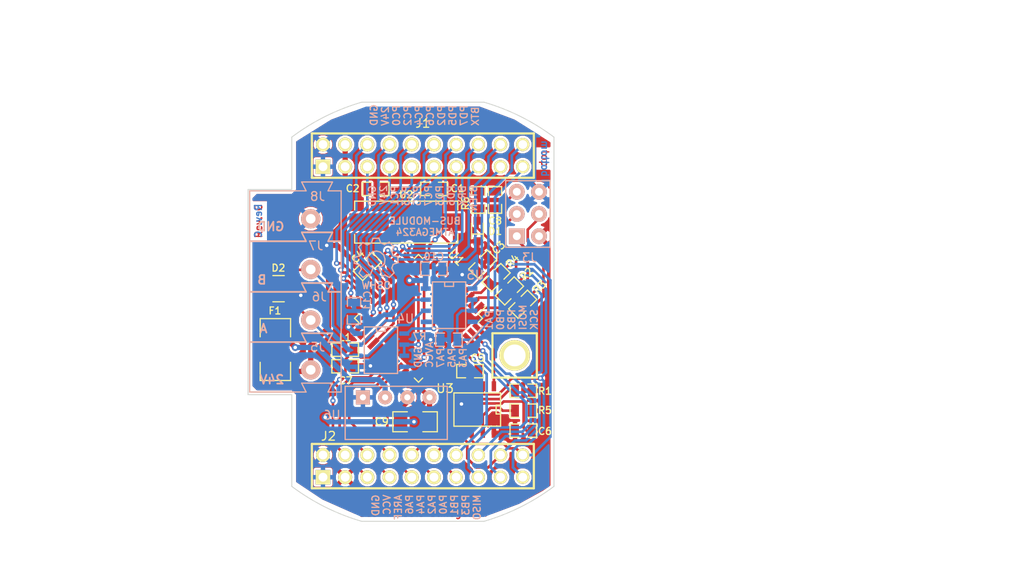
<source format=kicad_pcb>
(kicad_pcb (version 20171130) (host pcbnew 5.0.2-bee76a0~70~ubuntu18.04.1)
  (title_block (title "bus-module atmega324") (date 2019-03-06) (rev C) (company KoeWiBa))
  (layers (0 F.Cu signal) (31 B.Cu signal) (34 B.Paste user) (35 F.Paste user) (36 B.SilkS user) (37 F.SilkS user) (38 B.Mask user) (39 F.Mask user) (44 Edge.Cuts user))
  (net 0 "")
  (net 1 GND)
  (net 2 "Net-(C1-Pad2)")
  (net 3 "Net-(C2-Pad2)")
  (net 4 /AREF)
  (net 5 /AVCC)
  (net 6 /PA0)
  (net 7 /PA1)
  (net 8 /PA2)
  (net 9 /PA3)
  (net 10 /PA4)
  (net 11 /PA5)
  (net 12 /PA6)
  (net 13 /PA7)
  (net 14 /PB0)
  (net 15 /PB1)
  (net 16 /PB2)
  (net 17 /PB3)
  (net 18 /MOSI)
  (net 19 /MISO)
  (net 20 /SCK)
  (net 21 /PC1)
  (net 22 /PC0)
  (net 23 /PC3)
  (net 24 /PC2)
  (net 25 /PC5)
  (net 26 /PC4)
  (net 27 /PC7)
  (net 28 /PC6)
  (net 29 /PD3)
  (net 30 /PD2)
  (net 31 /PD6)
  (net 32 /PD5)
  (net 33 /BUSRXD)
  (net 34 /PD7)
  (net 35 /BUSTXD)
  (net 36 /PB6_MISO)
  (net 37 /PB7_SCK)
  (net 38 /PB5_MOSI)
  (net 39 +24V)
  (net 40 "Net-(R1-Pad2)")
  (net 41 "Net-(R5-Pad2)")
  (net 42 /TXD0EN)
  (net 43 /RXD0)
  (net 44 /TXD0)
  (net 45 //RESET)
  (net 46 //CSEEP)
  (net 47 /BUSTXDEN)
  (net 48 /A)
  (net 49 /B)
  (net 50 "Net-(F1-Pad1)")
  (net 51 VCC)
  (net 52 "Net-(D2-Pad2)")
  (net 53 "Net-(H1-Pad1)")
  (module Housings_QFP:TQFP-44_10x10mm_Pitch0.8mm (layer F.Cu) (at 99.5 100.75 225)
    (fp_text reference U1 (at -7.960962 1.865701 135) (layer F.SilkS))
    (fp_text value ATMEGA324-TQFP44)
    (pad 44 smd rect (at -4 -5.7 315) (size 1.5 0.55) (layers F.Cu F.Paste F.Mask) (net 46 //CSEEP))
    (pad 43 smd rect (at -3.2 -5.7 315) (size 1.5 0.55) (layers F.Cu F.Paste F.Mask) (net 17 /PB3))
    (pad 42 smd rect (at -2.4 -5.7 315) (size 1.5 0.55) (layers F.Cu F.Paste F.Mask) (net 16 /PB2))
    (pad 41 smd rect (at -1.6 -5.7 315) (size 1.5 0.55) (layers F.Cu F.Paste F.Mask) (net 15 /PB1))
    (pad 40 smd rect (at -0.8 -5.7 315) (size 1.5 0.55) (layers F.Cu F.Paste F.Mask) (net 14 /PB0))
    (pad 39 smd rect (at 0 -5.7 315) (size 1.5 0.55) (layers F.Cu F.Paste F.Mask) (net 1 GND))
    (pad 38 smd rect (at 0.8 -5.7 315) (size 1.5 0.55) (layers F.Cu F.Paste F.Mask) (net 51 VCC))
    (pad 37 smd rect (at 1.6 -5.7 315) (size 1.5 0.55) (layers F.Cu F.Paste F.Mask) (net 6 /PA0))
    (pad 36 smd rect (at 2.4 -5.7 315) (size 1.5 0.55) (layers F.Cu F.Paste F.Mask) (net 7 /PA1))
    (pad 35 smd rect (at 3.2 -5.7 315) (size 1.5 0.55) (layers F.Cu F.Paste F.Mask) (net 8 /PA2))
    (pad 34 smd rect (at 4 -5.7 315) (size 1.5 0.55) (layers F.Cu F.Paste F.Mask) (net 9 /PA3))
    (pad 33 smd rect (at 5.7 -4 225) (size 1.5 0.55) (layers F.Cu F.Paste F.Mask) (net 10 /PA4))
    (pad 32 smd rect (at 5.7 -3.2 225) (size 1.5 0.55) (layers F.Cu F.Paste F.Mask) (net 11 /PA5))
    (pad 31 smd rect (at 5.7 -2.4 225) (size 1.5 0.55) (layers F.Cu F.Paste F.Mask) (net 12 /PA6))
    (pad 30 smd rect (at 5.7 -1.6 225) (size 1.5 0.55) (layers F.Cu F.Paste F.Mask) (net 13 /PA7))
    (pad 29 smd rect (at 5.7 -0.8 225) (size 1.5 0.55) (layers F.Cu F.Paste F.Mask) (net 4 /AREF))
    (pad 28 smd rect (at 5.7 0 225) (size 1.5 0.55) (layers F.Cu F.Paste F.Mask) (net 1 GND))
    (pad 27 smd rect (at 5.7 0.8 225) (size 1.5 0.55) (layers F.Cu F.Paste F.Mask) (net 5 /AVCC))
    (pad 26 smd rect (at 5.7 1.6 225) (size 1.5 0.55) (layers F.Cu F.Paste F.Mask) (net 27 /PC7))
    (pad 25 smd rect (at 5.7 2.4 225) (size 1.5 0.55) (layers F.Cu F.Paste F.Mask) (net 28 /PC6))
    (pad 24 smd rect (at 5.7 3.2 225) (size 1.5 0.55) (layers F.Cu F.Paste F.Mask) (net 25 /PC5))
    (pad 23 smd rect (at 5.7 4 225) (size 1.5 0.55) (layers F.Cu F.Paste F.Mask) (net 26 /PC4))
    (pad 22 smd rect (at 4 5.7 315) (size 1.5 0.55) (layers F.Cu F.Paste F.Mask) (net 23 /PC3))
    (pad 21 smd rect (at 3.2 5.7 315) (size 1.5 0.55) (layers F.Cu F.Paste F.Mask) (net 24 /PC2))
    (pad 20 smd rect (at 2.4 5.7 315) (size 1.5 0.55) (layers F.Cu F.Paste F.Mask) (net 21 /PC1))
    (pad 19 smd rect (at 1.6 5.7 315) (size 1.5 0.55) (layers F.Cu F.Paste F.Mask) (net 22 /PC0))
    (pad 18 smd rect (at 0.8 5.7 315) (size 1.5 0.55) (layers F.Cu F.Paste F.Mask) (net 1 GND))
    (pad 17 smd rect (at 0 5.7 315) (size 1.5 0.55) (layers F.Cu F.Paste F.Mask) (net 51 VCC))
    (pad 16 smd rect (at -0.8 5.7 315) (size 1.5 0.55) (layers F.Cu F.Paste F.Mask) (net 34 /PD7))
    (pad 15 smd rect (at -1.6 5.7 315) (size 1.5 0.55) (layers F.Cu F.Paste F.Mask) (net 31 /PD6))
    (pad 14 smd rect (at -2.4 5.7 315) (size 1.5 0.55) (layers F.Cu F.Paste F.Mask) (net 32 /PD5))
    (pad 13 smd rect (at -3.2 5.7 315) (size 1.5 0.55) (layers F.Cu F.Paste F.Mask) (net 42 /TXD0EN))
    (pad 12 smd rect (at -4 5.7 315) (size 1.5 0.55) (layers F.Cu F.Paste F.Mask) (net 29 /PD3))
    (pad 11 smd rect (at -5.7 4 225) (size 1.5 0.55) (layers F.Cu F.Paste F.Mask) (net 30 /PD2))
    (pad 10 smd rect (at -5.7 3.2 225) (size 1.5 0.55) (layers F.Cu F.Paste F.Mask) (net 44 /TXD0))
    (pad 9 smd rect (at -5.7 2.4 225) (size 1.5 0.55) (layers F.Cu F.Paste F.Mask) (net 43 /RXD0))
    (pad 8 smd rect (at -5.7 1.6 225) (size 1.5 0.55) (layers F.Cu F.Paste F.Mask) (net 3 "Net-(C2-Pad2)"))
    (pad 7 smd rect (at -5.7 0.8 225) (size 1.5 0.55) (layers F.Cu F.Paste F.Mask) (net 2 "Net-(C1-Pad2)"))
    (pad 6 smd rect (at -5.7 0 225) (size 1.5 0.55) (layers F.Cu F.Paste F.Mask) (net 1 GND))
    (pad 5 smd rect (at -5.7 -0.8 225) (size 1.5 0.55) (layers F.Cu F.Paste F.Mask) (net 51 VCC))
    (pad 4 smd rect (at -5.7 -1.6 225) (size 1.5 0.55) (layers F.Cu F.Paste F.Mask) (net 45 //RESET))
    (pad 3 smd rect (at -5.7 -2.4 225) (size 1.5 0.55) (layers F.Cu F.Paste F.Mask) (net 37 /PB7_SCK))
    (pad 2 smd rect (at -5.7 -3.2 225) (size 1.5 0.55) (layers F.Cu F.Paste F.Mask) (net 36 /PB6_MISO))
    (pad 1 smd rect (at -5.7 -4 225) (size 1.5 0.55) (layers F.Cu F.Paste F.Mask) (net 38 /PB5_MOSI))
  )
  (module Capacitors_SMD:C_1206 (layer F.Cu) (at 99.111 112.5975 180)
    (fp_text reference C9 (at 3.81 0 180) (layer F.SilkS) (effects (font (size 0.8 0.8))))
    (fp_text value "100µF/6,3V VS")
    (pad 1 smd rect (at -1.651 0 180) (size 1.524 2.032) (layers F.Cu F.Paste F.Mask) (net 51 VCC))
    (pad 2 smd rect (at 1.651 0 180) (size 1.524 2.032) (layers F.Cu F.Paste F.Mask) (net 1 GND))
  )
  (module Connector_WAGO:WAGO243 (layer B.Cu) (at 90.6498 91.8925 90)
    (fp_text reference J8 (at 5.1 -2.7 180) (layer B.SilkS) (effects (justify mirror)))
    (fp_text value CONN_1 hide)
    (pad 1 thru_hole circle (at 2.54 -3.4798 90) (size 2.2 2.2) (drill 1.1) (layers *.Cu *.Mask B.SilkS) (net 1 GND))
  )
  (module Connector_WAGO:WAGO243 (layer B.Cu) (at 90.6498 97.6925 90)
    (fp_text reference J7 (at 5.25 -2.9 180) (layer B.SilkS) (effects (justify mirror)))
    (fp_text value CONN_1 hide)
    (pad 1 thru_hole circle (at 2.54 -3.4798 90) (size 2.2 2.2) (drill 1.1) (layers *.Cu *.Mask B.SilkS) (net 49 /B))
  )
  (module Connector_WAGO:WAGO243 (layer B.Cu) (at 90.6498 103.4925 90)
    (fp_text reference J6 (at 5.2 -2.5 180) (layer B.SilkS) (effects (justify mirror)))
    (fp_text value CONN_1 hide)
    (pad 1 thru_hole circle (at 2.54 -3.4798 90) (size 2.2 2.2) (drill 1.1) (layers *.Cu *.Mask B.SilkS) (net 48 /A))
  )
  (module Connector_WAGO:WAGO243 (layer B.Cu) (at 90.6498 109.1925 90)
    (fp_text reference J5 (at 5.15 -2.7 180) (layer B.SilkS) (effects (justify mirror)))
    (fp_text value CONN_1 hide)
    (pad 1 thru_hole circle (at 2.54 -3.4798 90) (size 2.2 2.2) (drill 1.1) (layers *.Cu *.Mask B.SilkS) (net 39 +24V))
  )
  (module Connector_Header:HEADER_3x2 (layer B.Cu) (at 110.75 91.3425 90)
    (fp_text reference J3 (at -2.459 1.442 180) (layer B.SilkS) (effects (justify mirror)))
    (fp_text value CONN-ISP-6 hide)
    (pad 6 thru_hole circle (at 5.08 2.54 90) (size 1.8 1.8) (drill 0.9) (layers *.Cu *.Mask B.SilkS) (net 1 GND))
    (pad 5 thru_hole circle (at 5.08 0 90) (size 1.8 1.8) (drill 0.9) (layers *.Cu *.Mask B.SilkS) (net 45 //RESET))
    (pad 4 thru_hole circle (at 2.54 2.54 90) (size 1.8 1.8) (drill 0.9) (layers *.Cu *.Mask B.SilkS) (net 38 /PB5_MOSI))
    (pad 3 thru_hole circle (at 2.54 0 90) (size 1.8 1.8) (drill 0.9) (layers *.Cu *.Mask B.SilkS) (net 37 /PB7_SCK))
    (pad 2 thru_hole circle (at 0 2.54 90) (size 1.8 1.8) (drill 0.9) (layers *.Cu *.Mask B.SilkS) (net 51 VCC))
    (pad 1 thru_hole rect (at 0 0 90) (size 1.8 1.8) (drill 0.9) (layers *.Cu *.Mask B.SilkS) (net 36 /PB6_MISO))
  )
  (module Housings_SOIC:SO8E (layer F.Cu) (at 106.223 111.2005 180)
    (fp_text reference U3 (at 3.683 2.413 180) (layer F.SilkS))
    (fp_text value 25LCXXX hide)
    (pad 4 smd rect (at 1.905 2.667 180) (size 0.508 1.143) (layers F.Cu F.Paste F.Mask) (net 1 GND))
    (pad 3 smd rect (at 0.635 2.667 180) (size 0.508 1.143) (layers F.Cu F.Paste F.Mask) (net 40 "Net-(R1-Pad2)"))
    (pad 2 smd rect (at -0.635 2.667 180) (size 0.508 1.143) (layers F.Cu F.Paste F.Mask) (net 19 /MISO))
    (pad 5 smd rect (at 1.905 -2.667 180) (size 0.508 1.143) (layers F.Cu F.Paste F.Mask) (net 18 /MOSI))
    (pad 6 smd rect (at 0.635 -2.667 180) (size 0.508 1.143) (layers F.Cu F.Paste F.Mask) (net 20 /SCK))
    (pad 7 smd rect (at -0.635 -2.667 180) (size 0.508 1.143) (layers F.Cu F.Paste F.Mask) (net 41 "Net-(R5-Pad2)"))
    (pad 1 smd rect (at -1.905 2.667 180) (size 0.508 1.143) (layers F.Cu F.Paste F.Mask) (net 46 //CSEEP))
    (pad 8 smd rect (at -1.905 -2.667 180) (size 0.508 1.143) (layers F.Cu F.Paste F.Mask) (net 51 VCC))
  )
  (module Housings_SOIC:SO8E (layer B.Cu) (at 95.2 104.4 270)
    (fp_text reference U4 (at -3.6 -2.8) (layer B.SilkS) (effects (justify mirror)))
    (fp_text value MAX3485 hide)
    (pad 4 smd rect (at 1.905 -2.667 270) (size 0.508 1.143) (layers B.Cu B.Paste B.Mask) (net 44 /TXD0))
    (pad 3 smd rect (at 0.635 -2.667 270) (size 0.508 1.143) (layers B.Cu B.Paste B.Mask) (net 42 /TXD0EN))
    (pad 2 smd rect (at -0.635 -2.667 270) (size 0.508 1.143) (layers B.Cu B.Paste B.Mask) (net 42 /TXD0EN))
    (pad 5 smd rect (at 1.905 2.667 270) (size 0.508 1.143) (layers B.Cu B.Paste B.Mask) (net 1 GND))
    (pad 6 smd rect (at 0.635 2.667 270) (size 0.508 1.143) (layers B.Cu B.Paste B.Mask) (net 48 /A))
    (pad 7 smd rect (at -0.635 2.667 270) (size 0.508 1.143) (layers B.Cu B.Paste B.Mask) (net 49 /B))
    (pad 1 smd rect (at -1.905 -2.667 270) (size 0.508 1.143) (layers B.Cu B.Paste B.Mask) (net 43 /RXD0))
    (pad 8 smd rect (at -1.905 2.667 270) (size 0.508 1.143) (layers B.Cu B.Paste B.Mask) (net 51 VCC))
  )
  (module Housings_SOIC:SO8E (layer B.Cu) (at 103 99.25 270)
    (fp_text reference U5 (at -3.45 -3) (layer B.SilkS) (effects (justify mirror)))
    (fp_text value MAX3485 hide)
    (pad 4 smd rect (at 1.905 -2.667 270) (size 0.508 1.143) (layers B.Cu B.Paste B.Mask) (net 35 /BUSTXD))
    (pad 3 smd rect (at 0.635 -2.667 270) (size 0.508 1.143) (layers B.Cu B.Paste B.Mask) (net 47 /BUSTXDEN))
    (pad 2 smd rect (at -0.635 -2.667 270) (size 0.508 1.143) (layers B.Cu B.Paste B.Mask) (net 47 /BUSTXDEN))
    (pad 5 smd rect (at 1.905 2.667 270) (size 0.508 1.143) (layers B.Cu B.Paste B.Mask) (net 1 GND))
    (pad 6 smd rect (at 0.635 2.667 270) (size 0.508 1.143) (layers B.Cu B.Paste B.Mask) (net 48 /A))
    (pad 7 smd rect (at -0.635 2.667 270) (size 0.508 1.143) (layers B.Cu B.Paste B.Mask) (net 49 /B))
    (pad 1 smd rect (at -1.905 -2.667 270) (size 0.508 1.143) (layers B.Cu B.Paste B.Mask) (net 33 /BUSRXD))
    (pad 8 smd rect (at -1.905 2.667 270) (size 0.508 1.143) (layers B.Cu B.Paste B.Mask) (net 51 VCC))
  )
  (module Diode_SMD:D_SOT143 (layer F.Cu) (at 83.49 97.3575 90)
    (fp_text reference D2 (at 2.37 -0.02 180) (layer F.SilkS) (effects (font (size 0.8 0.8))))
    (fp_text value SEMTECH_SR05)
    (pad 4 smd trapezoid (at -0.95 -0.95 90) (size 0.85 0.85) (layers F.Cu F.Paste F.Mask) (net 48 /A))
    (pad 3 smd rect (at 0.95 -0.95 90) (size 0.85 0.85) (layers F.Cu F.Paste F.Mask) (net 49 /B))
    (pad 2 smd rect (at 0.95 0.95 90) (size 0.85 0.85) (layers F.Cu F.Paste F.Mask) (net 52 "Net-(D2-Pad2)"))
    (pad 1 smd rect (at -0.76962 0.95 90) (size 1.2 0.85) (layers F.Cu F.Paste F.Mask) (net 1 GND))
  )
  (module Resistor:R_1812 (layer F.Cu) (at 83.109 104.3425 270)
    (fp_text reference F1 (at -4.455 0.039) (layer F.SilkS) (effects (font (size 0.8 0.8))))
    (fp_text value FUSE)
    (pad 2 smd rect (at 2.4892 0 270) (size 1.78054 3.2004) (layers F.Cu F.Paste F.Mask) (net 39 +24V))
    (pad 1 smd rect (at -2.5146 0 270) (size 1.78054 3.2004) (layers F.Cu F.Paste F.Mask) (net 50 "Net-(F1-Pad1)"))
  )
  (module DCDC_Converter:AM1S-XXXX_SIL4 (layer B.Cu) (at 93.142 109.8035)
    (fp_text reference U6 (at -3.556 2.032) (layer B.SilkS) (effects (justify mirror)))
    (fp_text value AM1S-2403 hide)
    (pad 4 thru_hole circle (at 7.62 0) (size 1.6 1.6) (drill 0.7) (layers *.Cu *.Mask B.SilkS) (net 51 VCC))
    (pad 3 thru_hole circle (at 5.08 0) (size 1.6 1.6) (drill 0.7) (layers *.Cu *.Mask B.SilkS) (net 1 GND))
    (pad 2 thru_hole circle (at 2.54 0) (size 1.6 1.6) (drill 0.7) (layers *.Cu *.Mask B.SilkS) (net 50 "Net-(F1-Pad1)"))
    (pad 1 thru_hole rect (at 0 0) (size 1.6 1.6) (drill 0.7) (layers *.Cu *.Mask B.SilkS) (net 1 GND))
  )
  (module Resistor:R_0805 (layer F.Cu) (at 106.35 87.1975 270)
    (fp_text reference R6 (at 0.39 1.48 270) (layer F.SilkS) (effects (font (size 0.8 0.8))))
    (fp_text value 10k)
    (pad 2 smd rect (at 0.9525 0 270) (size 0.889 1.397) (layers F.Cu F.Paste F.Mask) (net 45 //RESET))
    (pad 1 smd rect (at -0.9525 0 270) (size 0.889 1.397) (layers F.Cu F.Paste F.Mask) (net 51 VCC))
  )
  (module Resistor:R_0805 (layer F.Cu) (at 111.5 109.0415 180)
    (fp_text reference R1 (at -2.47 -0.046 180) (layer F.SilkS) (effects (font (size 0.8 0.8))))
    (fp_text value 10k)
    (pad 2 smd rect (at 0.9525 0 180) (size 0.889 1.397) (layers F.Cu F.Paste F.Mask) (net 40 "Net-(R1-Pad2)"))
    (pad 1 smd rect (at -0.9525 0 180) (size 0.889 1.397) (layers F.Cu F.Paste F.Mask) (net 51 VCC))
  )
  (module Resistor:R_0805 (layer F.Cu) (at 111.5 111.3275 180)
    (fp_text reference R5 (at -2.47 0.04 180) (layer F.SilkS) (effects (font (size 0.8 0.8))))
    (fp_text value 10k)
    (pad 2 smd rect (at 0.9525 0 180) (size 0.889 1.397) (layers F.Cu F.Paste F.Mask) (net 41 "Net-(R5-Pad2)"))
    (pad 1 smd rect (at -0.9525 0 180) (size 0.889 1.397) (layers F.Cu F.Paste F.Mask) (net 51 VCC))
  )
  (module Resistor:R_0805 (layer F.Cu) (at 108.382 96.0875 45)
    (fp_text reference R4 (at 2.67852 -0.008485 45) (layer F.SilkS) (effects (font (size 0.8 0.8))))
    (fp_text value 100)
    (pad 2 smd rect (at 0.9525 0 45) (size 0.889 1.397) (layers F.Cu F.Paste F.Mask) (net 20 /SCK))
    (pad 1 smd rect (at -0.9525 0 45) (size 0.889 1.397) (layers F.Cu F.Paste F.Mask) (net 37 /PB7_SCK))
  )
  (module Resistor:R_0805 (layer F.Cu) (at 109.906 97.6115 45)
    (fp_text reference R2 (at 2.749231 0.028284 45) (layer F.SilkS) (effects (font (size 0.8 0.8))))
    (fp_text value 100)
    (pad 2 smd rect (at 0.9525 0 45) (size 0.889 1.397) (layers F.Cu F.Paste F.Mask) (net 19 /MISO))
    (pad 1 smd rect (at -0.9525 0 45) (size 0.889 1.397) (layers F.Cu F.Paste F.Mask) (net 36 /PB6_MISO))
  )
  (module Resistor:R_0805 (layer F.Cu) (at 111.43 99.1355 45)
    (fp_text reference R3 (at 2.749231 -0.005657 45) (layer F.SilkS) (effects (font (size 0.8 0.8))))
    (fp_text value 100)
    (pad 2 smd rect (at 0.9525 0 45) (size 0.889 1.397) (layers F.Cu F.Paste F.Mask) (net 18 /MOSI))
    (pad 1 smd rect (at -0.9525 0 45) (size 0.889 1.397) (layers F.Cu F.Paste F.Mask) (net 38 /PB5_MOSI))
  )
  (module Capacitors_SMD:C_0805 (layer F.Cu) (at 106.858 94.5635 225)
    (fp_text reference C3 (at -2.60781 0.045255 225) (layer F.SilkS) (effects (font (size 0.8 0.8))))
    (fp_text value 100nF)
    (pad 2 smd rect (at 0.9525 0 225) (size 0.889 1.397) (layers F.Cu F.Paste F.Mask) (net 1 GND))
    (pad 1 smd rect (at -0.9525 0 225) (size 0.889 1.397) (layers F.Cu F.Paste F.Mask) (net 51 VCC))
  )
  (module Capacitors_SMD:C_0805 (layer F.Cu) (at 93.65 94.8175 225)
    (fp_text reference C4 (at -0.035355 1.562706 225) (layer F.SilkS) (effects (font (size 0.8 0.8))))
    (fp_text value 100nF)
    (pad 2 smd rect (at 0.9525 0 225) (size 0.889 1.397) (layers F.Cu F.Paste F.Mask) (net 1 GND))
    (pad 1 smd rect (at -0.9525 0 225) (size 0.889 1.397) (layers F.Cu F.Paste F.Mask) (net 51 VCC))
  )
  (module Capacitors_SMD:C_0805 (layer F.Cu) (at 105.4 106.8)
    (fp_text reference C5 (at 0.87 -1.5125) (layer F.SilkS) (effects (font (size 0.8 0.8))))
    (fp_text value 100nF)
    (pad 2 smd rect (at 0.9525 0) (size 0.889 1.397) (layers F.Cu F.Paste F.Mask) (net 1 GND))
    (pad 1 smd rect (at -0.9525 0) (size 0.889 1.397) (layers F.Cu F.Paste F.Mask) (net 51 VCC))
  )
  (module Capacitors_SMD:C_0805 (layer F.Cu) (at 111.5 113.6135)
    (fp_text reference C6 (at 2.47 0.074) (layer F.SilkS) (effects (font (size 0.8 0.8))))
    (fp_text value 100nF)
    (pad 2 smd rect (at 0.9525 0) (size 0.889 1.397) (layers F.Cu F.Paste F.Mask) (net 1 GND))
    (pad 1 smd rect (at -0.9525 0) (size 0.889 1.397) (layers F.Cu F.Paste F.Mask) (net 51 VCC))
  )
  (module Capacitors_SMD:C_0805 (layer F.Cu) (at 91.11 106.2475)
    (fp_text reference C7 (at 0.06 1.64) (layer F.SilkS) (effects (font (size 0.8 0.8))))
    (fp_text value 100nF)
    (pad 2 smd rect (at 0.9525 0) (size 0.889 1.397) (layers F.Cu F.Paste F.Mask) (net 1 GND))
    (pad 1 smd rect (at -0.9525 0) (size 0.889 1.397) (layers F.Cu F.Paste F.Mask) (net 4 /AREF))
  )
  (module Capacitors_SMD:C_0805 (layer B.Cu) (at 101.27 95.0715 180)
    (fp_text reference C10 (at 0 1.397 180) (layer B.SilkS) (effects (font (size 0.8 0.8)) (justify mirror)))
    (fp_text value 100nF)
    (pad 2 smd rect (at 0.9525 0 180) (size 0.889 1.397) (layers B.Cu B.Paste B.Mask) (net 51 VCC))
    (pad 1 smd rect (at -0.9525 0 180) (size 0.889 1.397) (layers B.Cu B.Paste B.Mask) (net 1 GND))
  )
  (module Capacitors_SMD:C_0805 (layer B.Cu) (at 92.126 99.8975 270)
    (fp_text reference C11 (at -1.143 -1.524 270) (layer B.SilkS) (effects (font (size 0.8 0.8)) (justify mirror)))
    (fp_text value 100nF)
    (pad 2 smd rect (at 0.9525 0 270) (size 0.889 1.397) (layers B.Cu B.Paste B.Mask) (net 51 VCC))
    (pad 1 smd rect (at -0.9525 0 270) (size 0.889 1.397) (layers B.Cu B.Paste B.Mask) (net 1 GND))
  )
  (module Diode_SMD:D_SOD323 (layer F.Cu) (at 106.25 90.7535 270)
    (fp_text reference D1 (at 0.034 -2.02) (layer F.SilkS) (effects (font (size 0.8 0.8))))
    (fp_text value "1N4148WS (SOD323)")
    (pad 2 smd rect (at 1.17602 0 270) (size 0.9144 0.9144) (layers F.Cu F.Paste F.Mask) (net 51 VCC))
    (pad 1 smd rect (at -1.17602 0 270) (size 0.9144 0.9144) (layers F.Cu F.Paste F.Mask) (net 45 //RESET))
  )
  (module Capacitors_SMD:C_0805 (layer F.Cu) (at 108.25 87.1975 90)
    (fp_text reference C8 (at -2.39 0.02 180) (layer F.SilkS) (effects (font (size 0.8 0.8))))
    (fp_text value 4,7nF)
    (pad 2 smd rect (at 0.9525 0 90) (size 0.889 1.397) (layers F.Cu F.Paste F.Mask) (net 1 GND))
    (pad 1 smd rect (at -0.9525 0 90) (size 0.889 1.397) (layers F.Cu F.Paste F.Mask) (net 45 //RESET))
  )
  (module Crystal:CRY_HC49_SMD (layer F.Cu) (at 98.095 89.7375 180)
    (fp_text reference U2 (at 0 3.15 180) (layer F.SilkS) (effects (font (size 0.8 0.8))))
    (fp_text value 7,3728MHz)
    (pad 2 smd rect (at 4.24942 0 180) (size 4.50088 1.99898) (layers F.Cu F.Paste F.Mask) (net 3 "Net-(C2-Pad2)"))
    (pad 1 smd rect (at -4.24942 0 180) (size 4.50088 1.99898) (layers F.Cu F.Paste F.Mask) (net 2 "Net-(C1-Pad2)"))
  )
  (module Capacitors_SMD:C_0805 (layer F.Cu) (at 94.6025 85.9275 180)
    (fp_text reference C2 (at 2.6325 0.04 180) (layer F.SilkS) (effects (font (size 0.8 0.8))))
    (fp_text value 18pF)
    (pad 2 smd rect (at 0.9525 0 180) (size 0.889 1.397) (layers F.Cu F.Paste F.Mask) (net 3 "Net-(C2-Pad2)"))
    (pad 1 smd rect (at -0.9525 0 180) (size 0.889 1.397) (layers F.Cu F.Paste F.Mask) (net 1 GND))
  )
  (module Capacitors_SMD:C_0805 (layer F.Cu) (at 101.27 85.9275)
    (fp_text reference C1 (at 2.7 -0.04) (layer F.SilkS) (effects (font (size 0.8 0.8))))
    (fp_text value 18pF)
    (pad 2 smd rect (at 0.9525 0) (size 0.889 1.397) (layers F.Cu F.Paste F.Mask) (net 2 "Net-(C1-Pad2)"))
    (pad 1 smd rect (at -0.9525 0) (size 0.889 1.397) (layers F.Cu F.Paste F.Mask) (net 1 GND))
  )
  (module Symbol:Symbol_OSHW-Logo_SilkScreen (layer B.Cu) (at 94.666 94.0555 180)
    (fp_text reference LOGO1 hide)
    (fp_text value "Open Hardware")
    (fp_text user OSHW (at 0 -2.925 180) (layer B.SilkS) (effects (font (size 0.8 0.8)) (justify mirror)))
  )
  (module Connector_Header:HEADER_10x2 (layer F.Cu) (at 100 82.1175)
    (fp_text reference J1 (at 0 -3.7) (layer F.SilkS))
    (fp_text value CONN_10X2 hide)
    (pad 1 thru_hole rect (at -11.43 1.27) (size 1.651 1.651) (drill 1.016) (layers *.Cu *.Mask F.SilkS) (net 1 GND))
    (pad 2 thru_hole circle (at -11.43 -1.27) (size 1.6002 1.6002) (drill 1.016) (layers *.Cu *.Mask F.SilkS) (net 1 GND))
    (pad 3 thru_hole circle (at -8.89 1.27) (size 1.6002 1.6002) (drill 1.016) (layers *.Cu *.Mask F.SilkS) (net 39 +24V))
    (pad 4 thru_hole circle (at -8.89 -1.27) (size 1.6002 1.6002) (drill 1.016) (layers *.Cu *.Mask F.SilkS) (net 39 +24V))
    (pad 5 thru_hole circle (at -6.35 1.27) (size 1.6002 1.6002) (drill 1.016) (layers *.Cu *.Mask F.SilkS) (net 21 /PC1))
    (pad 6 thru_hole circle (at -6.35 -1.27) (size 1.6002 1.6002) (drill 1.016) (layers *.Cu *.Mask F.SilkS) (net 22 /PC0))
    (pad 7 thru_hole circle (at -3.81 1.27) (size 1.6002 1.6002) (drill 1.016) (layers *.Cu *.Mask F.SilkS) (net 23 /PC3))
    (pad 8 thru_hole circle (at -3.81 -1.27) (size 1.6002 1.6002) (drill 1.016) (layers *.Cu *.Mask F.SilkS) (net 24 /PC2))
    (pad 9 thru_hole circle (at -1.27 1.27) (size 1.6002 1.6002) (drill 1.016) (layers *.Cu *.Mask F.SilkS) (net 25 /PC5))
    (pad 10 thru_hole circle (at -1.27 -1.27) (size 1.6002 1.6002) (drill 1.016) (layers *.Cu *.Mask F.SilkS) (net 26 /PC4))
    (pad 11 thru_hole circle (at 1.27 1.27) (size 1.6002 1.6002) (drill 1.016) (layers *.Cu *.Mask F.SilkS) (net 27 /PC7))
    (pad 12 thru_hole circle (at 1.27 -1.27) (size 1.6002 1.6002) (drill 1.016) (layers *.Cu *.Mask F.SilkS) (net 28 /PC6))
    (pad 13 thru_hole circle (at 3.81 1.27) (size 1.524 1.524) (drill 1.016) (layers *.Cu *.Mask F.SilkS) (net 29 /PD3))
    (pad 14 thru_hole circle (at 3.81 -1.27) (size 1.524 1.524) (drill 1.016) (layers *.Cu *.Mask F.SilkS) (net 30 /PD2))
    (pad 15 thru_hole circle (at 6.35 1.27) (size 1.524 1.524) (drill 1.016) (layers *.Cu *.Mask F.SilkS) (net 31 /PD6))
    (pad 16 thru_hole circle (at 6.35 -1.27) (size 1.524 1.524) (drill 1.016) (layers *.Cu *.Mask F.SilkS) (net 32 /PD5))
    (pad 17 thru_hole circle (at 8.89 1.27) (size 1.524 1.524) (drill 1.016) (layers *.Cu *.Mask F.SilkS) (net 33 /BUSRXD))
    (pad 18 thru_hole circle (at 8.89 -1.27) (size 1.524 1.524) (drill 1.016) (layers *.Cu *.Mask F.SilkS) (net 34 /PD7))
    (pad 19 thru_hole circle (at 11.43 1.27) (size 1.524 1.524) (drill 1.016) (layers *.Cu *.Mask F.SilkS) (net 47 /BUSTXDEN))
    (pad 20 thru_hole circle (at 11.43 -1.27) (size 1.524 1.524) (drill 1.016) (layers *.Cu *.Mask F.SilkS) (net 35 /BUSTXD))
  )
  (module Connector_Header:HEADER_10x2 (layer F.Cu) (at 100 117.6775)
    (fp_text reference J2 (at -10.795 -3.429) (layer F.SilkS))
    (fp_text value CONN_10X2 hide)
    (pad 1 thru_hole rect (at -11.43 1.27) (size 1.651 1.651) (drill 1.016) (layers *.Cu *.Mask F.SilkS) (net 1 GND))
    (pad 2 thru_hole circle (at -11.43 -1.27) (size 1.6002 1.6002) (drill 1.016) (layers *.Cu *.Mask F.SilkS) (net 1 GND))
    (pad 3 thru_hole circle (at -8.89 1.27) (size 1.6002 1.6002) (drill 1.016) (layers *.Cu *.Mask F.SilkS) (net 51 VCC))
    (pad 4 thru_hole circle (at -8.89 -1.27) (size 1.6002 1.6002) (drill 1.016) (layers *.Cu *.Mask F.SilkS) (net 5 /AVCC))
    (pad 5 thru_hole circle (at -6.35 1.27) (size 1.6002 1.6002) (drill 1.016) (layers *.Cu *.Mask F.SilkS) (net 4 /AREF))
    (pad 6 thru_hole circle (at -6.35 -1.27) (size 1.6002 1.6002) (drill 1.016) (layers *.Cu *.Mask F.SilkS) (net 13 /PA7))
    (pad 7 thru_hole circle (at -3.81 1.27) (size 1.6002 1.6002) (drill 1.016) (layers *.Cu *.Mask F.SilkS) (net 12 /PA6))
    (pad 8 thru_hole circle (at -3.81 -1.27) (size 1.6002 1.6002) (drill 1.016) (layers *.Cu *.Mask F.SilkS) (net 11 /PA5))
    (pad 9 thru_hole circle (at -1.27 1.27) (size 1.6002 1.6002) (drill 1.016) (layers *.Cu *.Mask F.SilkS) (net 10 /PA4))
    (pad 10 thru_hole circle (at -1.27 -1.27) (size 1.6002 1.6002) (drill 1.016) (layers *.Cu *.Mask F.SilkS) (net 9 /PA3))
    (pad 11 thru_hole circle (at 1.27 1.27) (size 1.6002 1.6002) (drill 1.016) (layers *.Cu *.Mask F.SilkS) (net 8 /PA2))
    (pad 12 thru_hole circle (at 1.27 -1.27) (size 1.6002 1.6002) (drill 1.016) (layers *.Cu *.Mask F.SilkS) (net 7 /PA1))
    (pad 13 thru_hole circle (at 3.81 1.27) (size 1.524 1.524) (drill 1.016) (layers *.Cu *.Mask F.SilkS) (net 6 /PA0))
    (pad 14 thru_hole circle (at 3.81 -1.27) (size 1.524 1.524) (drill 1.016) (layers *.Cu *.Mask F.SilkS) (net 14 /PB0))
    (pad 15 thru_hole circle (at 6.35 1.27) (size 1.524 1.524) (drill 1.016) (layers *.Cu *.Mask F.SilkS) (net 15 /PB1))
    (pad 16 thru_hole circle (at 6.35 -1.27) (size 1.524 1.524) (drill 1.016) (layers *.Cu *.Mask F.SilkS) (net 16 /PB2))
    (pad 17 thru_hole circle (at 8.89 1.27) (size 1.524 1.524) (drill 1.016) (layers *.Cu *.Mask F.SilkS) (net 17 /PB3))
    (pad 18 thru_hole circle (at 8.89 -1.27) (size 1.524 1.524) (drill 1.016) (layers *.Cu *.Mask F.SilkS) (net 18 /MOSI))
    (pad 19 thru_hole circle (at 11.43 1.27) (size 1.524 1.524) (drill 1.016) (layers *.Cu *.Mask F.SilkS) (net 19 /MISO))
    (pad 20 thru_hole circle (at 11.43 -1.27) (size 1.524 1.524) (drill 1.016) (layers *.Cu *.Mask F.SilkS) (net 20 /SCK))
  )
  (module Mechanical:HOLE_2.5mm (layer F.Cu) (at 110.5 105)
    (fp_text reference H1 hide)
    (fp_text value HOLE hide)
    (pad 1 thru_hole circle (at 0 0) (size 3.5 3.5) (drill 2.5) (layers *.Cu *.Mask F.SilkS) (net 53 "Net-(H1-Pad1)"))
  )
  (module Resistor:R_0805 (layer B.Cu) (at 102.9845 103.1995)
    (fp_text reference R7 (at -3.3655 -0.381) (layer B.SilkS) (effects (font (size 0.8 0.8)) (justify mirror)))
    (fp_text value 10k)
    (pad 1 smd rect (at -0.9525 0) (size 0.889 1.397) (layers B.Cu B.Paste B.Mask) (net 1 GND))
    (pad 2 smd rect (at 0.9525 0) (size 0.889 1.397) (layers B.Cu B.Paste B.Mask) (net 47 /BUSTXDEN))
  )
  (module Inductor:L_0805 (layer F.Cu) (at 91.11 104.3425)
    (fp_text reference L1 (at 0 -1.397) (layer F.SilkS) (effects (font (size 0.8 0.8))))
    (fp_text value 10µH)
    (pad 1 smd rect (at -0.9525 0) (size 0.889 1.397) (layers F.Cu F.Paste F.Mask) (net 51 VCC))
    (pad 2 smd rect (at 0.9525 0) (size 0.889 1.397) (layers F.Cu F.Paste F.Mask) (net 5 /AVCC))
  )
  (gr_text "Rev. C" (at 81.17 89.5875 90) (layer B.Cu) (effects (font (size 0.8 0.8)) (justify mirror)))
  (gr_text "Rev. C" (at 81.204 89.6105 90) (layer F.Cu) (effects (font (size 0.8 0.8))))
  (gr_line (start 105.08 103.7075) (end 106.858 101.6755) (layer B.SilkS) (width 0.2))
  (gr_text "bus-module atmega324" (at 100.07 123.0525) (layer F.Cu) (effects (font (size 0.8 0.8))))
  (gr_text koewiba (at 94.92 77.3725) (layer F.Cu) (effects (font (size 0.8 0.8))))
  (gr_text bottom (at 113.97 82.4525 270) (layer B.Cu) (effects (font (size 0.8 0.8)) (justify mirror)))
  (gr_text top (at 113.97 82.4525 270) (layer F.Cu) (effects (font (size 0.8 0.8))))
  (gr_text "BUS-MODULE\nATMEGA324" (at 100.254 90.2455) (layer B.SilkS) (effects (font (size 0.8 0.8)) (justify mirror)))
  (gr_text "PA1\nPB0\nPB2\nMOSI\nSCK" (at 110.16 102.1835 90) (layer B.SilkS) (effects (font (size 0.8 0.8)) (justify right mirror)))
  (gr_text "GND\nAVCC\nPA7\nPA5\nPA3" (at 102.032 106.5015 90) (layer B.SilkS) (effects (font (size 0.8 0.8)) (justify right mirror)))
  (gr_text "GND\nVCC\nAREF\nPA6\nPA4\nPA2\nPA0\nPB1\nPB3\nMISO" (at 100.4 120.8525 90) (layer B.SilkS) (effects (font (size 0.8 0.8)) (justify left mirror)))
  (gr_text "GND\n24V\nPC1\nPC3\nPC5\nPC7\nPD3\nPD6\nBRX\nBTEN" (at 100 85.4195 90) (layer B.SilkS) (effects (font (size 0.8 0.8)) (justify left mirror)))
  (gr_text "GND\n24V\nPC0\nPC2\nPC4\nPC6\nPD2\nPD5\nPD7\nBTX" (at 100.2 78.8 90) (layer B.SilkS) (effects (font (size 0.8 0.8)) (justify right mirror)))
  (gr_text GND (at 80.95 90.2455) (layer B.SilkS) (effects (font (size 1 1) (thickness 0.2)) (justify right mirror)))
  (gr_text B (at 80.95 96.3415) (layer B.SilkS) (effects (font (size 1 1) (thickness 0.2)) (justify right mirror)))
  (gr_text A (at 81.204 101.9295) (layer B.SilkS) (effects (font (size 1 1) (thickness 0.2)) (justify right mirror)))
  (gr_text 24V (at 81.204 107.7715) (layer B.SilkS) (effects (font (size 1 1) (thickness 0.2)) (justify right mirror)))
  (gr_line (start 107 124) (end 93 124) (angle 90) (layer Edge.Cuts) (width 0.1))
  (gr_line (start 85 120) (end 85 109.5) (angle 90) (layer Edge.Cuts) (width 0.1))
  (gr_line (start 85 80) (end 85 86) (angle 90) (layer Edge.Cuts) (width 0.1))
  (gr_arc (start 100 100) (end 85 120) (angle -20.60091294) (layer Edge.Cuts) (width 0.1))
  (gr_arc (start 100 100) (end 107 124) (angle -20.62180005) (layer Edge.Cuts) (width 0.1))
  (gr_arc (start 100 100) (end 115 80) (angle -20.62635356) (layer Edge.Cuts) (width 0.1))
  (gr_arc (start 100 100) (end 93 76) (angle -20.60666104) (layer Edge.Cuts) (width 0.1))
  (gr_line (start 93 76) (end 107 76) (layer Edge.Cuts) (width 0.1))
  (gr_line (start 115 80) (end 115 120) (layer Edge.Cuts) (width 0.1))
  (gr_line (start 80 109.5) (end 85 109.5) (angle 90) (layer Edge.Cuts) (width 0.1))
  (gr_line (start 80 86) (end 80 109.5) (angle 90) (layer Edge.Cuts) (width 0.1))
  (gr_line (start 85 86) (end 80 86) (angle 90) (layer Edge.Cuts) (width 0.1))
  (segment (start 92.11 106.2) (end 94 106.2) (width 0.6) (layer F.Cu) (net 1))
  (via (at 94 106.2) (size 0.8) (drill 0.4) (layers F.Cu B.Cu) (net 1))
  (segment (start 94.05 106.2) (end 95.469491 104.780509) (width 0.6) (layer F.Cu) (net 1))
  (segment (start 94 106.2) (end 94.05 106.2) (width 0.6) (layer F.Cu) (net 1))
  (segment (start 92.11 106.2) (end 92.0625 106.2475) (width 0.6) (layer F.Cu) (net 1))
  (segment (start 84.44 98.12712) (end 86.03 98.12712) (width 0.6) (layer F.Cu) (net 1))
  (via (at 86.03 98.1195) (size 0.8) (drill 0.4) (layers F.Cu B.Cu) (net 1))
  (segment (start 86.03 98.12712) (end 86.03 98.1195) (width 0.6) (layer F.Cu) (net 1))
  (segment (start 104.5 95.75) (end 105.6715 95.75) (width 0.6) (layer F.Cu) (net 1))
  (segment (start 105.6715 95.75) (end 106.184481 95.237019) (width 0.6) (layer F.Cu) (net 1))
  (segment (start 106.134035 106.8) (end 106.3525 106.8) (width 0.3) (layer F.Cu) (net 1))
  (segment (start 103.530509 104.780509) (end 104.131549 105.381549) (width 0.3) (layer F.Cu) (net 1))
  (segment (start 104.715584 105.381549) (end 106.134035 106.8) (width 0.3) (layer F.Cu) (net 1))
  (segment (start 104.131549 105.381549) (end 104.715584 105.381549) (width 0.3) (layer F.Cu) (net 1))
  (segment (start 111.952753 84.832753) (end 109.916247 84.832753) (width 0.6) (layer F.Cu) (net 1))
  (segment (start 108.504 86.245) (end 108.25 86.245) (width 0.6) (layer F.Cu) (net 1))
  (segment (start 109.916247 84.832753) (end 108.504 86.245) (width 0.6) (layer F.Cu) (net 1))
  (segment (start 92.976481 95.491019) (end 93.109507 95.491019) (width 0.6) (layer F.Cu) (net 1))
  (segment (start 93.109507 95.491019) (end 94.893129 97.274641) (width 0.3) (layer F.Cu) (net 1))
  (segment (start 92.073519 94.273519) (end 92.073519 94.588057) (width 0.6) (layer F.Cu) (net 1))
  (segment (start 92.073519 94.588057) (end 92.976481 95.491019) (width 0.6) (layer F.Cu) (net 1))
  (segment (start 89 92.4) (end 90.2 92.4) (width 0.6) (layer F.Cu) (net 1))
  (segment (start 90.2 92.4) (end 92.073519 94.273519) (width 0.6) (layer F.Cu) (net 1))
  (segment (start 112.4525 113.6135) (end 111.860001 113.6135) (width 0.3) (layer F.Cu) (net 1))
  (segment (start 111.860001 113.6135) (end 111.531788 113.285287) (width 0.3) (layer F.Cu) (net 1))
  (segment (start 111.531788 113.285287) (end 111.531788 110.413288) (width 0.3) (layer F.Cu) (net 1))
  (segment (start 111.531788 110.413288) (end 111.43 110.3115) (width 0.3) (layer F.Cu) (net 1))
  (segment (start 100.3175 86.372) (end 99.238 87.4515) (width 0.6) (layer F.Cu) (net 1))
  (segment (start 100.3175 85.9275) (end 100.3175 86.372) (width 0.6) (layer F.Cu) (net 1))
  (via (at 99.238 87.4515) (size 0.8) (drill 0.4) (layers F.Cu B.Cu) (net 1))
  (segment (start 111.952753 84.832753) (end 113.29 86.17) (width 0.6) (layer F.Cu) (net 1))
  (segment (start 100.3175 85.9275) (end 95.555 85.9275) (width 0.6) (layer F.Cu) (net 1))
  (via (at 89 92.4) (size 0.8) (drill 0.4) (layers F.Cu B.Cu) (net 1))
  (via (at 104.5 95.75) (size 0.8) (drill 0.4) (layers F.Cu B.Cu) (net 1))
  (segment (start 104.5 95.75) (end 103.541115 96.708885) (width 0.6) (layer F.Cu) (net 1))
  (segment (start 84.19996 97.94914) (end 84.42236 97.94914) (width 0.3) (layer F.Cu) (net 1))
  (segment (start 84.25082 98) (end 84.19996 97.94914) (width 0.3) (layer F.Cu) (net 1))
  (segment (start 103.530509 104.780509) (end 101.9495 103.1995) (width 0.6) (layer F.Cu) (net 1))
  (segment (start 101.9495 103.1995) (end 101.454685 103.1995) (width 0.6) (layer F.Cu) (net 1))
  (via (at 100.889 103.1995) (size 0.8) (drill 0.4) (layers F.Cu B.Cu) (net 1))
  (segment (start 101.454685 103.1995) (end 100.889 103.1995) (width 0.6) (layer F.Cu) (net 1))
  (segment (start 97.841 110.1845) (end 98.222 109.8035) (width 0.6) (layer F.Cu) (net 1))
  (via (at 104.417031 110.5655) (size 0.8) (drill 0.4) (layers F.Cu B.Cu) (net 1))
  (segment (start 109.252247 110.278999) (end 109.026725 110.504521) (width 0.3) (layer F.Cu) (net 1))
  (segment (start 104.318 108.5335) (end 104.318 110.466469) (width 0.6) (layer F.Cu) (net 1))
  (segment (start 104.318 110.466469) (end 104.417031 110.5655) (width 0.6) (layer F.Cu) (net 1))
  (segment (start 109.026725 110.504521) (end 105.043695 110.504521) (width 0.3) (layer F.Cu) (net 1))
  (segment (start 105.043695 110.504521) (end 104.982716 110.5655) (width 0.3) (layer F.Cu) (net 1))
  (segment (start 104.982716 110.5655) (end 104.417031 110.5655) (width 0.3) (layer F.Cu) (net 1))
  (segment (start 111.397499 110.278999) (end 109.252247 110.278999) (width 0.3) (layer F.Cu) (net 1))
  (segment (start 98.222 110.3115) (end 98.222 109.8035) (width 0.6) (layer F.Cu) (net 1))
  (segment (start 97.46 112.5975) (end 97.46 111.0735) (width 0.6) (layer F.Cu) (net 1))
  (segment (start 97.46 111.0735) (end 98.222 110.3115) (width 0.6) (layer F.Cu) (net 1))
  (segment (start 102.2225 85.9275) (end 102.2225 89.61558) (width 0.3) (layer F.Cu) (net 2))
  (segment (start 102.2225 89.61558) (end 102.34442 89.7375) (width 0.3) (layer F.Cu) (net 2))
  (segment (start 103.584884 90.977964) (end 102.34442 89.7375) (width 0.3) (layer F.Cu) (net 2))
  (segment (start 103.584884 95.533604) (end 103.584884 90.977964) (width 0.3) (layer F.Cu) (net 2))
  (segment (start 102.975359 96.143129) (end 103.584884 95.533604) (width 0.3) (layer F.Cu) (net 2))
  (segment (start 100.9525 89.09692) (end 100.84942 89.2) (width 0.3) (layer F.Cu) (net 2))
  (segment (start 100.84942 89.2) (end 100.84942 89.44942) (width 0.3) (layer F.Cu) (net 2))
  (segment (start 93.65 85.9275) (end 93.65 89.54192) (width 0.3) (layer F.Cu) (net 3))
  (segment (start 93.65 89.54192) (end 93.84558 89.7375) (width 0.3) (layer F.Cu) (net 3))
  (segment (start 96.39602 89.7375) (end 93.84558 89.7375) (width 0.3) (layer F.Cu) (net 3))
  (segment (start 97.745511 91.086991) (end 96.39602 89.7375) (width 0.3) (layer F.Cu) (net 3))
  (segment (start 103.019128 92.121628) (end 101.984491 91.086991) (width 0.3) (layer F.Cu) (net 3))
  (segment (start 101.984491 91.086991) (end 97.745511 91.086991) (width 0.3) (layer F.Cu) (net 3))
  (segment (start 103.019128 94.967847) (end 103.019128 92.121628) (width 0.3) (layer F.Cu) (net 3))
  (segment (start 102.409603 95.577372) (end 103.019128 94.967847) (width 0.3) (layer F.Cu) (net 3))
  (segment (start 102.409603 95.577372) (end 102.422628 95.577372) (width 0.3) (layer F.Cu) (net 3))
  (segment (start 90.475 108.7875) (end 89.586 107.8985) (width 0.3) (layer F.Cu) (net 4))
  (segment (start 89.586 106.819) (end 90.1575 106.2475) (width 0.3) (layer F.Cu) (net 4))
  (segment (start 89.586 107.8985) (end 89.586 106.819) (width 0.3) (layer F.Cu) (net 4))
  (segment (start 90.475 113.9945) (end 90.475 108.7875) (width 0.3) (layer F.Cu) (net 4))
  (segment (start 90.475 108.7875) (end 91.745 107.5175) (width 0.3) (layer F.Cu) (net 4))
  (segment (start 93.863871 107.5175) (end 96.035177 105.346194) (width 0.3) (layer F.Cu) (net 4))
  (segment (start 91.745 107.5175) (end 93.863871 107.5175) (width 0.3) (layer F.Cu) (net 4))
  (segment (start 96.035177 105.346194) (end 96.035177 105.386323) (width 0.3) (layer F.Cu) (net 4))
  (segment (start 92.499899 115.964522) (end 92.445022 115.964522) (width 0.3) (layer F.Cu) (net 4))
  (segment (start 92.445022 115.964522) (end 90.475 113.9945) (width 0.3) (layer F.Cu) (net 4))
  (segment (start 92.499899 117.797399) (end 92.499899 115.964522) (width 0.3) (layer F.Cu) (net 4))
  (segment (start 93.65 118.9475) (end 92.499899 117.797399) (width 0.3) (layer F.Cu) (net 4))
  (segment (start 90.475 107.7715) (end 89.713 108.5335) (width 0.3) (layer B.Cu) (net 5))
  (segment (start 91.137445 105.458055) (end 91.137445 107.363055) (width 0.3) (layer F.Cu) (net 5))
  (segment (start 91.137445 107.363055) (end 90.729 107.7715) (width 0.3) (layer F.Cu) (net 5))
  (segment (start 90.729 107.7715) (end 90.475 107.7715) (width 0.3) (layer F.Cu) (net 5))
  (via (at 90.475 107.7715) (size 0.6) (drill 0.3) (layers F.Cu B.Cu) (net 5))
  (segment (start 92.0625 104.533) (end 91.137445 105.458055) (width 0.3) (layer F.Cu) (net 5))
  (segment (start 89.713 115.0105) (end 91.11 116.4075) (width 0.3) (layer F.Cu) (net 5))
  (segment (start 89.713 110.1845) (end 89.713 115.0105) (width 0.3) (layer F.Cu) (net 5))
  (via (at 89.713 110.1845) (size 0.6) (drill 0.3) (layers F.Cu B.Cu) (net 5))
  (segment (start 89.713 108.5335) (end 89.713 110.1845) (width 0.3) (layer B.Cu) (net 5))
  (segment (start 92.0625 104.3425) (end 92.0625 104.533) (width 0.3) (layer F.Cu) (net 5))
  (segment (start 92.0625 104.406) (end 92.888 105.2315) (width 0.3) (layer F.Cu) (net 5))
  (segment (start 93.887129 105.2315) (end 94.903806 104.214823) (width 0.3) (layer F.Cu) (net 5))
  (segment (start 92.888 105.2315) (end 93.887129 105.2315) (width 0.3) (layer F.Cu) (net 5))
  (segment (start 92.0625 104.3425) (end 92.0625 104.406) (width 0.3) (layer F.Cu) (net 5))
  (segment (start 94.893129 104.234949) (end 94.893129 104.225359) (width 0.3) (layer F.Cu) (net 5))
  (segment (start 103.540022 107.901261) (end 103.667021 108.028262) (width 0.3) (layer F.Cu) (net 6))
  (segment (start 103.048001 118.185501) (end 103.81 118.9475) (width 0.3) (layer F.Cu) (net 6))
  (segment (start 102.599223 115.984521) (end 102.599223 117.736723) (width 0.3) (layer F.Cu) (net 6))
  (segment (start 103.540022 107.040022) (end 103.540022 107.901261) (width 0.3) (layer F.Cu) (net 6))
  (segment (start 102.599223 117.736723) (end 103.048001 118.185501) (width 0.3) (layer F.Cu) (net 6))
  (segment (start 103.667021 108.028262) (end 103.66702 114.916724) (width 0.3) (layer F.Cu) (net 6))
  (segment (start 103.66702 114.916724) (end 102.599223 115.984521) (width 0.3) (layer F.Cu) (net 6))
  (segment (start 102.422628 105.922628) (end 103.540022 107.040022) (width 0.3) (layer F.Cu) (net 6))
  (segment (start 102.434492 107.078605) (end 102.434492 107.502853) (width 0.3) (layer F.Cu) (net 7))
  (segment (start 102.269221 115.607401) (end 102.070099 115.607401) (width 0.3) (layer F.Cu) (net 7))
  (segment (start 103.167011 108.235372) (end 103.16701 114.709612) (width 0.3) (layer F.Cu) (net 7))
  (segment (start 101.833452 106.477565) (end 102.434492 107.078605) (width 0.3) (layer F.Cu) (net 7))
  (segment (start 102.070099 115.607401) (end 101.27 116.4075) (width 0.3) (layer F.Cu) (net 7))
  (segment (start 103.16701 114.709612) (end 102.269221 115.607401) (width 0.3) (layer F.Cu) (net 7))
  (segment (start 102.434492 107.502853) (end 103.167011 108.235372) (width 0.3) (layer F.Cu) (net 7))
  (segment (start 102.667 114.5025) (end 102.286 114.8835) (width 0.3) (layer F.Cu) (net 8))
  (segment (start 100.469901 118.147401) (end 101.27 118.9475) (width 0.3) (layer F.Cu) (net 8))
  (segment (start 100.961122 114.8835) (end 100.07 115.774622) (width 0.3) (layer F.Cu) (net 8))
  (segment (start 101.267767 107.04325) (end 102.667 108.442483) (width 0.3) (layer F.Cu) (net 8))
  (segment (start 100.07 117.7475) (end 100.469901 118.147401) (width 0.3) (layer F.Cu) (net 8))
  (segment (start 102.667 108.442483) (end 102.667 114.5025) (width 0.3) (layer F.Cu) (net 8))
  (segment (start 100.07 115.774622) (end 100.07 117.7475) (width 0.3) (layer F.Cu) (net 8))
  (segment (start 102.286 114.8835) (end 100.961122 114.8835) (width 0.3) (layer F.Cu) (net 8))
  (segment (start 100.712335 107.619896) (end 100.712335 107.662337) (width 0.3) (layer F.Cu) (net 9))
  (segment (start 99.15 115.9875) (end 98.73 116.4075) (width 0.3) (layer F.Cu) (net 9))
  (segment (start 99.17 115.9875) (end 99.15 115.9875) (width 0.3) (layer F.Cu) (net 9))
  (segment (start 102.128001 109.034855) (end 100.702082 107.608936) (width 0.3) (layer F.Cu) (net 9))
  (segment (start 102.128001 114.147501) (end 102.128001 109.034855) (width 0.3) (layer F.Cu) (net 9))
  (segment (start 102.058001 114.217501) (end 102.128001 114.147501) (width 0.3) (layer F.Cu) (net 9))
  (segment (start 98.73 116.4075) (end 100.919999 114.217501) (width 0.3) (layer F.Cu) (net 9))
  (segment (start 100.919999 114.217501) (end 102.058001 114.217501) (width 0.3) (layer F.Cu) (net 9))
  (segment (start 96.97 108.936854) (end 97.696878 108.209976) (width 0.3) (layer F.Cu) (net 10))
  (segment (start 97.46 117.6775) (end 97.46 115.6455) (width 0.3) (layer F.Cu) (net 10))
  (segment (start 95.936 111.3275) (end 96.97 110.2935) (width 0.3) (layer F.Cu) (net 10))
  (segment (start 97.696878 108.209976) (end 98.297918 107.608936) (width 0.3) (layer F.Cu) (net 10))
  (segment (start 97.46 115.6455) (end 95.936 114.1215) (width 0.3) (layer F.Cu) (net 10))
  (segment (start 98.73 118.9475) (end 97.46 117.6775) (width 0.3) (layer F.Cu) (net 10))
  (segment (start 95.936 114.1215) (end 95.936 111.3275) (width 0.3) (layer F.Cu) (net 10))
  (segment (start 96.97 110.2935) (end 96.97 108.936854) (width 0.3) (layer F.Cu) (net 10))
  (segment (start 94.412 109.427738) (end 94.412 114.6295) (width 0.3) (layer F.Cu) (net 11))
  (segment (start 94.412 114.6295) (end 96.19 116.4075) (width 0.3) (layer F.Cu) (net 11))
  (segment (start 97.732233 107.04325) (end 97.131193 107.64429) (width 0.3) (layer F.Cu) (net 11))
  (segment (start 97.131193 107.64429) (end 96.195448 107.64429) (width 0.3) (layer F.Cu) (net 11))
  (segment (start 96.195448 107.64429) (end 94.412 109.427738) (width 0.3) (layer F.Cu) (net 11))
  (segment (start 97.721909 107.05414) (end 97.69586 107.05414) (width 0.3) (layer F.Cu) (net 11))
  (segment (start 96.500258 107.144279) (end 97.156153 106.488384) (width 0.3) (layer F.Cu) (net 12))
  (segment (start 95.988337 107.144279) (end 96.500258 107.144279) (width 0.3) (layer F.Cu) (net 12))
  (segment (start 94.574604 108.558012) (end 95.988337 107.144279) (width 0.3) (layer F.Cu) (net 12))
  (segment (start 92.233486 108.558012) (end 94.574604 108.558012) (width 0.3) (layer F.Cu) (net 12))
  (segment (start 91.569554 112.494176) (end 91.569554 109.221944) (width 0.3) (layer F.Cu) (net 12))
  (segment (start 94.92 115.844622) (end 91.569554 112.494176) (width 0.3) (layer F.Cu) (net 12))
  (segment (start 96.19 118.9475) (end 94.92 117.6775) (width 0.3) (layer F.Cu) (net 12))
  (segment (start 91.569554 109.221944) (end 92.233486 108.558012) (width 0.3) (layer F.Cu) (net 12))
  (segment (start 94.92 117.6775) (end 94.92 115.844622) (width 0.3) (layer F.Cu) (net 12))
  (segment (start 96.502866 105.922628) (end 96.590397 105.922628) (width 0.3) (layer F.Cu) (net 13))
  (segment (start 93.65 116.4075) (end 91.069544 113.827044) (width 0.3) (layer F.Cu) (net 13))
  (segment (start 91.069544 113.827044) (end 91.069544 109.014832) (width 0.3) (layer F.Cu) (net 13))
  (segment (start 91.069544 109.014832) (end 92.026375 108.058001) (width 0.3) (layer F.Cu) (net 13))
  (segment (start 92.026375 108.058001) (end 94.367493 108.058001) (width 0.3) (layer F.Cu) (net 13))
  (segment (start 94.367493 108.058001) (end 96.502866 105.922628) (width 0.3) (layer F.Cu) (net 13))
  (segment (start 103.81 116.4075) (end 107.303146 112.914354) (width 0.3) (layer B.Cu) (net 14))
  (segment (start 107.303146 112.914354) (end 107.303146 107.130321) (width 0.3) (layer B.Cu) (net 14))
  (segment (start 107.303146 107.130321) (end 105.87275 105.699925) (width 0.3) (layer B.Cu) (net 14))
  (segment (start 105.87275 105.699925) (end 105.87275 105.553915) (width 0.3) (layer B.Cu) (net 14))
  (segment (start 105.87275 105.553915) (end 105.767337 105.448502) (width 0.3) (layer B.Cu) (net 14))
  (segment (start 105.576126 105.448502) (end 105.767337 105.448502) (width 0.3) (layer F.Cu) (net 14))
  (segment (start 104.352983 104.225359) (end 105.576126 105.448502) (width 0.3) (layer F.Cu) (net 14))
  (segment (start 104.106871 104.225359) (end 104.352983 104.225359) (width 0.3) (layer F.Cu) (net 14))
  (via (at 105.767337 105.448502) (size 0.6) (drill 0.3) (layers F.Cu B.Cu) (net 14))
  (segment (start 103.81 116.4075) (end 103.827541 116.389959) (width 0.3) (layer B.Cu) (net 14))
  (segment (start 104.225359 104.225359) (end 104.106871 104.225359) (width 0.3) (layer F.Cu) (net 14))
  (segment (start 104.106871 104.225359) (end 104.106871 104.306871) (width 0.3) (layer F.Cu) (net 14))
  (segment (start 105.237999 115.873739) (end 107.866329 113.245409) (width 0.3) (layer B.Cu) (net 15))
  (segment (start 111.850208 112.568499) (end 111.850208 110.431906) (width 0.3) (layer B.Cu) (net 15))
  (segment (start 105.237999 117.835499) (end 105.237999 115.873739) (width 0.3) (layer B.Cu) (net 15))
  (segment (start 111.173298 113.245409) (end 111.850208 112.568499) (width 0.3) (layer B.Cu) (net 15))
  (segment (start 106.35 118.9475) (end 105.237999 117.835499) (width 0.3) (layer B.Cu) (net 15))
  (segment (start 107.866329 113.245409) (end 111.173298 113.245409) (width 0.3) (layer B.Cu) (net 15))
  (segment (start 111.850208 110.431906) (end 111.166347 109.748045) (width 0.3) (layer B.Cu) (net 15))
  (segment (start 111.166347 109.748045) (end 110.696281 109.748045) (width 0.3) (layer B.Cu) (net 15))
  (segment (start 110.696281 109.748045) (end 106.604 105.655764) (width 0.3) (layer B.Cu) (net 15))
  (segment (start 106.604 105.655764) (end 106.604 105.2315) (width 0.3) (layer B.Cu) (net 15))
  (segment (start 105.26292 104.250178) (end 104.66188 103.649138) (width 0.3) (layer F.Cu) (net 15))
  (segment (start 105.812816 104.800074) (end 105.26292 104.250178) (width 0.3) (layer F.Cu) (net 15))
  (segment (start 106.604 105.2315) (end 106.172574 104.800074) (width 0.3) (layer F.Cu) (net 15))
  (segment (start 106.172574 104.800074) (end 105.812816 104.800074) (width 0.3) (layer F.Cu) (net 15))
  (via (at 106.604 105.2315) (size 0.6) (drill 0.3) (layers F.Cu B.Cu) (net 15))
  (segment (start 106.295049 118.892549) (end 106.35 118.9475) (width 0.3) (layer B.Cu) (net 15))
  (segment (start 107.157999 104.769499) (end 106.858 104.4695) (width 0.3) (layer B.Cu) (net 16))
  (segment (start 107.288742 105.603866) (end 107.288742 104.900242) (width 0.3) (layer B.Cu) (net 16))
  (segment (start 107.288742 104.900242) (end 107.157999 104.769499) (width 0.3) (layer B.Cu) (net 16))
  (segment (start 112.350218 110.224794) (end 111.373458 109.248034) (width 0.3) (layer B.Cu) (net 16))
  (segment (start 111.38041 113.745419) (end 112.350219 112.77561) (width 0.3) (layer B.Cu) (net 16))
  (segment (start 109.01208 113.74542) (end 111.38041 113.745419) (width 0.3) (layer B.Cu) (net 16))
  (segment (start 111.373458 109.248034) (end 110.93291 109.248034) (width 0.3) (layer B.Cu) (net 16))
  (segment (start 106.35 116.4075) (end 109.01208 113.74542) (width 0.3) (layer B.Cu) (net 16))
  (segment (start 112.350219 112.77561) (end 112.350218 110.224794) (width 0.3) (layer B.Cu) (net 16))
  (segment (start 110.93291 109.248034) (end 107.288742 105.603866) (width 0.3) (layer B.Cu) (net 16))
  (segment (start 106.858 104.4695) (end 106.613613 104.4695) (width 0.3) (layer F.Cu) (net 16))
  (segment (start 106.613613 104.4695) (end 105.227565 103.083452) (width 0.3) (layer F.Cu) (net 16))
  (via (at 106.858 104.4695) (size 0.6) (drill 0.3) (layers F.Cu B.Cu) (net 16))
  (segment (start 105.238384 103.238384) (end 105.238384 103.093847) (width 0.3) (layer F.Cu) (net 16))
  (segment (start 105.238384 103.093847) (end 105.293847 103.093847) (width 0.3) (layer F.Cu) (net 16))
  (segment (start 108.89 118.9475) (end 107.777999 117.835499) (width 0.3) (layer B.Cu) (net 17))
  (segment (start 112.850228 110.017682) (end 109.932547 107.100001) (width 0.3) (layer B.Cu) (net 17))
  (segment (start 112.850229 112.98272) (end 112.850228 110.017682) (width 0.3) (layer B.Cu) (net 17))
  (segment (start 107.777999 117.835499) (end 107.777999 115.940623) (width 0.3) (layer B.Cu) (net 17))
  (segment (start 107.788753 105.396755) (end 107.788753 104.384253) (width 0.3) (layer B.Cu) (net 17))
  (segment (start 109.491999 107.100001) (end 107.788753 105.396755) (width 0.3) (layer B.Cu) (net 17))
  (segment (start 109.932547 107.100001) (end 109.491999 107.100001) (width 0.3) (layer B.Cu) (net 17))
  (segment (start 107.777999 115.940623) (end 109.473193 114.245429) (width 0.3) (layer B.Cu) (net 17))
  (segment (start 111.587522 114.245429) (end 112.850229 112.98272) (width 0.3) (layer B.Cu) (net 17))
  (segment (start 107.788753 104.384253) (end 107.411999 104.007499) (width 0.3) (layer B.Cu) (net 17))
  (segment (start 107.411999 104.007499) (end 107.112 103.7075) (width 0.3) (layer B.Cu) (net 17))
  (segment (start 109.473193 114.245429) (end 111.587522 114.245429) (width 0.3) (layer B.Cu) (net 17))
  (segment (start 107.112 103.7075) (end 106.982983 103.7075) (width 0.3) (layer F.Cu) (net 17))
  (segment (start 106.982983 103.7075) (end 105.79325 102.517767) (width 0.3) (layer F.Cu) (net 17))
  (via (at 107.112 103.7075) (size 0.6) (drill 0.3) (layers F.Cu B.Cu) (net 17))
  (segment (start 105.80414 102.528091) (end 105.922708 102.528091) (width 0.3) (layer F.Cu) (net 17))
  (segment (start 112.103519 98.461981) (end 112.103519 98.355136) (width 0.3) (layer F.Cu) (net 18))
  (segment (start 112.103519 98.355136) (end 113.011957 97.446698) (width 0.3) (layer F.Cu) (net 18))
  (segment (start 113.35024 109.810568) (end 113.35024 108.257516) (width 0.3) (layer B.Cu) (net 18))
  (segment (start 108.89 116.4075) (end 110.55206 114.74544) (width 0.3) (layer B.Cu) (net 18))
  (segment (start 110.55206 114.74544) (end 111.794629 114.74544) (width 0.3) (layer B.Cu) (net 18))
  (segment (start 113.350239 113.18983) (end 113.350238 109.81057) (width 0.3) (layer B.Cu) (net 18))
  (segment (start 113.384987 106.957514) (end 113.589468 106.753033) (width 0.3) (layer B.Cu) (net 18))
  (segment (start 111.794629 114.74544) (end 113.350239 113.18983) (width 0.3) (layer B.Cu) (net 18))
  (segment (start 113.350238 109.81057) (end 113.35024 109.810568) (width 0.3) (layer B.Cu) (net 18))
  (segment (start 113.130105 106.957514) (end 113.384987 106.957514) (width 0.3) (layer B.Cu) (net 18))
  (segment (start 112.792105 107.295514) (end 113.130105 106.957514) (width 0.3) (layer B.Cu) (net 18))
  (segment (start 112.792105 107.919516) (end 112.792105 107.295514) (width 0.3) (layer B.Cu) (net 18))
  (segment (start 113.35024 108.257516) (end 113.130105 108.257516) (width 0.3) (layer B.Cu) (net 18))
  (segment (start 113.130105 108.257516) (end 112.792105 107.919516) (width 0.3) (layer B.Cu) (net 18))
  (segment (start 113.589468 106.753033) (end 113.589468 98.024209) (width 0.3) (layer B.Cu) (net 18))
  (segment (start 113.589468 98.024209) (end 113.011957 97.446698) (width 0.3) (layer B.Cu) (net 18))
  (via (at 113.011957 97.446698) (size 0.6) (drill 0.3) (layers F.Cu B.Cu) (net 18))
  (segment (start 104.318 114.185) (end 104.318 113.8675) (width 0.3) (layer F.Cu) (net 18))
  (segment (start 105.08 114.947) (end 104.318 114.185) (width 0.3) (layer F.Cu) (net 18))
  (segment (start 105.08 116.783262) (end 105.08 114.947) (width 0.3) (layer F.Cu) (net 18))
  (segment (start 107.462001 117.835499) (end 106.132237 117.835499) (width 0.3) (layer F.Cu) (net 18))
  (segment (start 106.132237 117.835499) (end 105.08 116.783262) (width 0.3) (layer F.Cu) (net 18))
  (segment (start 108.89 116.4075) (end 107.462001 117.835499) (width 0.3) (layer F.Cu) (net 18))
  (segment (start 111.774244 95.858766) (end 111.34998 95.858766) (width 0.3) (layer B.Cu) (net 19))
  (segment (start 114.089478 106.960143) (end 114.089478 97.409531) (width 0.3) (layer B.Cu) (net 19))
  (segment (start 113.442106 107.607515) (end 114.089478 106.960143) (width 0.3) (layer B.Cu) (net 19))
  (segment (start 112.538713 95.858766) (end 111.774244 95.858766) (width 0.3) (layer B.Cu) (net 19))
  (segment (start 111.34998 96.16752) (end 111.34998 95.858766) (width 0.3) (layer F.Cu) (net 19))
  (segment (start 110.579519 96.937981) (end 111.34998 96.16752) (width 0.3) (layer F.Cu) (net 19))
  (segment (start 114.089478 97.409531) (end 112.538713 95.858766) (width 0.3) (layer B.Cu) (net 19))
  (via (at 111.34998 95.858766) (size 0.6) (drill 0.3) (layers F.Cu B.Cu) (net 19))
  (segment (start 113.508616 107.607515) (end 113.442106 107.607515) (width 0.3) (layer B.Cu) (net 19))
  (segment (start 112.001739 115.245451) (end 113.85025 113.39694) (width 0.3) (layer B.Cu) (net 19))
  (segment (start 110.949217 115.245451) (end 112.001739 115.245451) (width 0.3) (layer B.Cu) (net 19))
  (segment (start 110.317999 115.876669) (end 110.949217 115.245451) (width 0.3) (layer B.Cu) (net 19))
  (segment (start 110.317999 117.835499) (end 110.317999 115.876669) (width 0.3) (layer B.Cu) (net 19))
  (segment (start 111.43 118.9475) (end 110.317999 117.835499) (width 0.3) (layer B.Cu) (net 19))
  (segment (start 113.85025 113.39694) (end 113.85025 107.949149) (width 0.3) (layer B.Cu) (net 19))
  (segment (start 113.85025 107.949149) (end 113.508616 107.607515) (width 0.3) (layer B.Cu) (net 19))
  (via (at 113.442106 107.607515) (size 0.6) (drill 0.3) (layers F.Cu B.Cu) (net 19))
  (segment (start 110.223519 96.576481) (end 110.173519 96.576481) (width 0.3) (layer F.Cu) (net 19))
  (segment (start 107.001002 109.438502) (end 106.858 109.2955) (width 0.3) (layer F.Cu) (net 19))
  (segment (start 107.5775 109.438502) (end 107.001002 109.438502) (width 0.3) (layer F.Cu) (net 19))
  (segment (start 107.593999 109.455001) (end 107.5775 109.438502) (width 0.3) (layer F.Cu) (net 19))
  (segment (start 113.405121 107.6445) (end 110.16 107.6445) (width 0.3) (layer F.Cu) (net 19))
  (segment (start 113.442106 107.607515) (end 113.405121 107.6445) (width 0.3) (layer F.Cu) (net 19))
  (segment (start 110.16 107.6445) (end 109.752999 108.051501) (width 0.3) (layer F.Cu) (net 19))
  (segment (start 109.752999 108.051501) (end 109.752999 108.364003) (width 0.3) (layer F.Cu) (net 19))
  (segment (start 109.752999 108.364003) (end 108.662001 109.455001) (width 0.3) (layer F.Cu) (net 19))
  (segment (start 106.858 109.2955) (end 106.858 108.5335) (width 0.3) (layer F.Cu) (net 19))
  (segment (start 108.662001 109.455001) (end 107.593999 109.455001) (width 0.3) (layer F.Cu) (net 19))
  (segment (start 109.908068 94.561432) (end 110.01798 94.561432) (width 0.3) (layer F.Cu) (net 20))
  (segment (start 109.055519 95.413981) (end 109.908068 94.561432) (width 0.3) (layer F.Cu) (net 20))
  (segment (start 110.442244 94.561432) (end 110.01798 94.561432) (width 0.3) (layer B.Cu) (net 20))
  (segment (start 114.589488 96.389488) (end 112.761432 94.561432) (width 0.3) (layer B.Cu) (net 20))
  (segment (start 112.50763 116.4075) (end 114.589488 114.325642) (width 0.3) (layer B.Cu) (net 20))
  (segment (start 112.761432 94.561432) (end 110.442244 94.561432) (width 0.3) (layer B.Cu) (net 20))
  (segment (start 114.589488 114.325642) (end 114.589488 96.389488) (width 0.3) (layer B.Cu) (net 20))
  (segment (start 111.43 116.4075) (end 112.50763 116.4075) (width 0.3) (layer B.Cu) (net 20))
  (via (at 110.01798 94.561432) (size 0.6) (drill 0.3) (layers F.Cu B.Cu) (net 20))
  (segment (start 111.43 116.4075) (end 110.668001 115.645501) (width 0.3) (layer F.Cu) (net 20))
  (segment (start 110.668001 115.645501) (end 109.773763 115.645501) (width 0.3) (layer F.Cu) (net 20))
  (segment (start 109.773763 115.645501) (end 109.265762 115.1375) (width 0.3) (layer F.Cu) (net 20))
  (segment (start 105.588 114.739) (end 105.9865 115.1375) (width 0.3) (layer F.Cu) (net 20))
  (segment (start 105.9865 115.1375) (end 109.265762 115.1375) (width 0.3) (layer F.Cu) (net 20))
  (segment (start 105.588 113.8675) (end 105.588 114.739) (width 0.3) (layer F.Cu) (net 20))
  (segment (start 93.152091 97.497359) (end 91.164533 95.509801) (width 0.3) (layer F.Cu) (net 21))
  (segment (start 91.164533 95.509801) (end 90.891591 95.509801) (width 0.3) (layer F.Cu) (net 21))
  (segment (start 93.761616 98.406153) (end 93.152091 97.796628) (width 0.3) (layer F.Cu) (net 21))
  (segment (start 90.891591 95.509801) (end 90.591592 95.209802) (width 0.3) (layer F.Cu) (net 21))
  (segment (start 93.152091 97.796628) (end 93.152091 97.497359) (width 0.3) (layer F.Cu) (net 21))
  (segment (start 93.65 87.963403) (end 90.863238 90.750165) (width 0.3) (layer B.Cu) (net 21))
  (segment (start 93.65 83.3875) (end 93.65 87.963403) (width 0.3) (layer B.Cu) (net 21))
  (segment (start 90.863238 90.750165) (end 90.863238 94.938156) (width 0.3) (layer B.Cu) (net 21))
  (segment (start 90.863238 94.938156) (end 90.591592 95.209802) (width 0.3) (layer B.Cu) (net 21))
  (via (at 90.591592 95.209802) (size 0.6) (drill 0.3) (layers F.Cu B.Cu) (net 21))
  (segment (start 93.65 83.036398) (end 93.65 83.450291) (width 0.3) (layer B.Cu) (net 21))
  (segment (start 93.65 82.77) (end 93.77 82.77) (width 0.3) (layer F.Cu) (net 21))
  (segment (start 93.65 82.77) (end 93.65 83.036398) (width 0.3) (layer B.Cu) (net 21))
  (segment (start 90.560314 94.44845) (end 90.13605 94.44845) (width 0.3) (layer F.Cu) (net 22))
  (segment (start 90.810304 94.44845) (end 90.560314 94.44845) (width 0.3) (layer F.Cu) (net 22))
  (segment (start 93.592726 97.230872) (end 90.810304 94.44845) (width 0.3) (layer F.Cu) (net 22))
  (segment (start 94.327372 97.840397) (end 93.717847 97.230872) (width 0.3) (layer F.Cu) (net 22))
  (segment (start 93.717847 97.230872) (end 93.592726 97.230872) (width 0.3) (layer F.Cu) (net 22))
  (segment (start 93.65 80.8475) (end 92.38 82.1175) (width 0.3) (layer B.Cu) (net 22))
  (segment (start 92.38 82.1175) (end 92.38 88.41884) (width 0.3) (layer B.Cu) (net 22))
  (segment (start 92.38 88.41884) (end 90.13605 90.66279) (width 0.3) (layer B.Cu) (net 22))
  (segment (start 90.13605 90.66279) (end 90.13605 94.024186) (width 0.3) (layer B.Cu) (net 22))
  (segment (start 90.13605 94.024186) (end 90.13605 94.44845) (width 0.3) (layer B.Cu) (net 22))
  (via (at 90.13605 94.44845) (size 0.6) (drill 0.3) (layers F.Cu B.Cu) (net 22))
  (segment (start 93.65 80.23) (end 93.65 80.35) (width 0.3) (layer F.Cu) (net 22))
  (segment (start 91.879989 97.30614) (end 91.757407 97.428722) (width 0.3) (layer B.Cu) (net 23))
  (segment (start 91.757407 97.428722) (end 91.757407 97.852986) (width 0.3) (layer B.Cu) (net 23))
  (segment (start 96.19 86.837647) (end 91.879989 91.147658) (width 0.3) (layer B.Cu) (net 23))
  (segment (start 96.19 83.3875) (end 96.19 86.837647) (width 0.3) (layer B.Cu) (net 23))
  (segment (start 91.879989 91.147658) (end 91.879989 97.30614) (width 0.3) (layer B.Cu) (net 23))
  (segment (start 92.630104 99.537665) (end 91.757407 98.664968) (width 0.3) (layer F.Cu) (net 23))
  (segment (start 91.757407 98.27725) (end 91.757407 97.852986) (width 0.3) (layer F.Cu) (net 23))
  (segment (start 91.757407 98.664968) (end 91.757407 98.27725) (width 0.3) (layer F.Cu) (net 23))
  (via (at 91.757407 97.852986) (size 0.6) (drill 0.3) (layers F.Cu B.Cu) (net 23))
  (segment (start 96.19 82.77) (end 96.19 83.901512) (width 0.3) (layer B.Cu) (net 23))
  (segment (start 92.537665 99.537665) (end 92.630104 99.537665) (width 0.3) (layer F.Cu) (net 23))
  (segment (start 91.219247 96.483782) (end 90.919248 96.183783) (width 0.3) (layer F.Cu) (net 24))
  (via (at 90.919248 96.183783) (size 0.6) (drill 0.3) (layers F.Cu B.Cu) (net 24))
  (segment (start 91.431392 96.483782) (end 91.219247 96.483782) (width 0.3) (layer F.Cu) (net 24))
  (segment (start 96.19 80.8475) (end 94.92 82.1175) (width 0.3) (layer B.Cu) (net 24))
  (segment (start 92.509275 97.561665) (end 91.431392 96.483782) (width 0.3) (layer F.Cu) (net 24))
  (segment (start 93.19586 98.971909) (end 92.509275 98.285324) (width 0.3) (layer F.Cu) (net 24))
  (segment (start 91.379978 95.723053) (end 91.219247 95.883784) (width 0.3) (layer B.Cu) (net 24))
  (segment (start 91.379978 90.940547) (end 91.379978 95.723053) (width 0.3) (layer B.Cu) (net 24))
  (segment (start 94.92 87.400525) (end 91.379978 90.940547) (width 0.3) (layer B.Cu) (net 24))
  (segment (start 94.92 82.1175) (end 94.92 87.400525) (width 0.3) (layer B.Cu) (net 24))
  (segment (start 92.509275 98.285324) (end 92.509275 97.561665) (width 0.3) (layer F.Cu) (net 24))
  (segment (start 91.219247 95.883784) (end 90.919248 96.183783) (width 0.3) (layer B.Cu) (net 24))
  (segment (start 96.19 80.23) (end 96.19 80.31) (width 0.3) (layer F.Cu) (net 24))
  (segment (start 95.091496 99.267592) (end 95.091496 99.691856) (width 0.3) (layer B.Cu) (net 25))
  (segment (start 95.091496 96.004996) (end 95.091496 99.267592) (width 0.3) (layer B.Cu) (net 25))
  (segment (start 92.888001 93.801501) (end 95.091496 96.004996) (width 0.3) (layer B.Cu) (net 25))
  (segment (start 98.73 83.3875) (end 98.73 85.435254) (width 0.3) (layer B.Cu) (net 25))
  (segment (start 98.73 85.435254) (end 97.487977 86.677277) (width 0.3) (layer B.Cu) (net 25))
  (segment (start 92.888001 91.55389) (end 92.888001 93.801501) (width 0.3) (layer B.Cu) (net 25))
  (segment (start 97.487977 86.953914) (end 92.888001 91.55389) (width 0.3) (layer B.Cu) (net 25))
  (segment (start 97.487977 86.677277) (end 97.487977 86.953914) (width 0.3) (layer B.Cu) (net 25))
  (via (at 95.091496 99.691856) (size 0.6) (drill 0.3) (layers F.Cu B.Cu) (net 25))
  (segment (start 93.19586 102.528091) (end 95.091496 100.632455) (width 0.3) (layer F.Cu) (net 25))
  (segment (start 95.091496 100.632455) (end 95.091496 100.11612) (width 0.3) (layer F.Cu) (net 25))
  (segment (start 95.091496 100.11612) (end 95.091496 99.691856) (width 0.3) (layer F.Cu) (net 25))
  (segment (start 98.73 82.77) (end 98.73 83.52) (width 0.3) (layer F.Cu) (net 25))
  (segment (start 94.339784 99.633784) (end 94.339784 100.058048) (width 0.3) (layer B.Cu) (net 26))
  (segment (start 94.339784 95.960406) (end 94.339784 99.633784) (width 0.3) (layer B.Cu) (net 26))
  (segment (start 97.46 82.1175) (end 97.46 85.998132) (width 0.3) (layer B.Cu) (net 26))
  (segment (start 98.73 80.8475) (end 97.46 82.1175) (width 0.3) (layer B.Cu) (net 26))
  (segment (start 97.46 85.998132) (end 96.987966 86.470166) (width 0.3) (layer B.Cu) (net 26))
  (segment (start 96.987966 86.470166) (end 96.987966 86.746803) (width 0.3) (layer B.Cu) (net 26))
  (segment (start 92.38799 91.346779) (end 92.387991 94.008613) (width 0.3) (layer B.Cu) (net 26))
  (segment (start 92.387991 94.008613) (end 94.339784 95.960406) (width 0.3) (layer B.Cu) (net 26))
  (segment (start 96.987966 86.746803) (end 92.38799 91.346779) (width 0.3) (layer B.Cu) (net 26))
  (via (at 94.339784 100.058048) (size 0.6) (drill 0.3) (layers F.Cu B.Cu) (net 26))
  (segment (start 94.339784 100.252655) (end 94.339784 100.058048) (width 0.3) (layer F.Cu) (net 26))
  (segment (start 92.630104 101.962335) (end 94.339784 100.252655) (width 0.3) (layer F.Cu) (net 26))
  (segment (start 98.73 80.23) (end 98.73 80.27) (width 0.3) (layer F.Cu) (net 26))
  (segment (start 98.487999 87.368136) (end 94.070012 91.786123) (width 0.3) (layer B.Cu) (net 27))
  (segment (start 94.070012 93.569266) (end 96.641317 96.140571) (width 0.3) (layer B.Cu) (net 27))
  (segment (start 96.641317 96.140571) (end 96.641317 98.751092) (width 0.3) (layer B.Cu) (net 27))
  (segment (start 96.641317 98.751092) (end 96.641317 99.175356) (width 0.3) (layer B.Cu) (net 27))
  (segment (start 94.070012 91.786123) (end 94.070012 93.569266) (width 0.3) (layer B.Cu) (net 27))
  (segment (start 101.27 83.3875) (end 101.27 84.309498) (width 0.3) (layer B.Cu) (net 27))
  (segment (start 101.27 84.309498) (end 98.487999 87.091499) (width 0.3) (layer B.Cu) (net 27))
  (segment (start 98.487999 87.091499) (end 98.487999 87.368136) (width 0.3) (layer B.Cu) (net 27))
  (segment (start 96.641317 101.345658) (end 96.641317 99.59962) (width 0.3) (layer F.Cu) (net 27))
  (segment (start 94.327372 103.659603) (end 96.641317 101.345658) (width 0.3) (layer F.Cu) (net 27))
  (segment (start 96.641317 99.59962) (end 96.641317 99.175356) (width 0.3) (layer F.Cu) (net 27))
  (via (at 96.641317 99.175356) (size 0.6) (drill 0.3) (layers F.Cu B.Cu) (net 27))
  (segment (start 95.875842 96.082218) (end 95.875842 99.110047) (width 0.3) (layer B.Cu) (net 28))
  (segment (start 95.875842 99.110047) (end 95.875842 99.534311) (width 0.3) (layer B.Cu) (net 28))
  (segment (start 93.570002 93.776378) (end 95.875842 96.082218) (width 0.3) (layer B.Cu) (net 28))
  (segment (start 93.570001 91.579012) (end 93.570002 93.776378) (width 0.3) (layer B.Cu) (net 28))
  (segment (start 97.987988 86.884388) (end 97.987988 87.161025) (width 0.3) (layer B.Cu) (net 28))
  (segment (start 100.119899 84.752477) (end 97.987988 86.884388) (width 0.3) (layer B.Cu) (net 28))
  (segment (start 100.119899 81.997601) (end 100.119899 84.752477) (width 0.3) (layer B.Cu) (net 28))
  (segment (start 101.27 80.8475) (end 100.119899 81.997601) (width 0.3) (layer B.Cu) (net 28))
  (segment (start 97.987988 87.161025) (end 93.570001 91.579012) (width 0.3) (layer B.Cu) (net 28))
  (via (at 95.875842 99.534311) (size 0.6) (drill 0.3) (layers F.Cu B.Cu) (net 28))
  (segment (start 95.875842 100.979621) (end 95.875842 99.958575) (width 0.3) (layer F.Cu) (net 28))
  (segment (start 95.875842 99.958575) (end 95.875842 99.534311) (width 0.3) (layer F.Cu) (net 28))
  (segment (start 93.761616 103.093847) (end 95.875842 100.979621) (width 0.3) (layer F.Cu) (net 28))
  (segment (start 93.761616 103.093847) (end 93.906153 103.093847) (width 0.3) (layer F.Cu) (net 28))
  (segment (start 103.81 82.77) (end 103.81 91.689559) (width 0.3) (layer B.Cu) (net 29))
  (segment (start 103.81 91.689559) (end 103.25 92.249559) (width 0.3) (layer B.Cu) (net 29))
  (segment (start 102.990458 92.509542) (end 98.61986 92.509542) (width 0.3) (layer B.Cu) (net 29))
  (segment (start 103.25 92.249559) (end 103.25 92.25) (width 0.3) (layer B.Cu) (net 29))
  (segment (start 103.25 92.25) (end 102.990458 92.509542) (width 0.3) (layer B.Cu) (net 29))
  (segment (start 98.61986 92.509542) (end 98.455102 92.344784) (width 0.3) (layer B.Cu) (net 29))
  (segment (start 98.455102 92.344784) (end 98.455102 92.341896) (width 0.3) (layer B.Cu) (net 29))
  (segment (start 98.455102 92.752485) (end 98.455102 92.341896) (width 0.3) (layer F.Cu) (net 29))
  (segment (start 98.287665 93.880104) (end 98.287665 92.919922) (width 0.3) (layer F.Cu) (net 29))
  (segment (start 98.287665 92.919922) (end 98.455102 92.752485) (width 0.3) (layer F.Cu) (net 29))
  (via (at 98.455102 92.341896) (size 0.6) (drill 0.3) (layers F.Cu B.Cu) (net 29))
  (segment (start 102.6 90.537011) (end 102.6 82.0575) (width 0.3) (layer B.Cu) (net 30))
  (segment (start 102.6 82.0575) (end 103.81 80.8475) (width 0.3) (layer B.Cu) (net 30))
  (segment (start 101.699999 91.437012) (end 101.4 91.737011) (width 0.3) (layer B.Cu) (net 30))
  (segment (start 101.100001 92.03701) (end 101.4 91.737011) (width 0.3) (layer F.Cu) (net 30))
  (segment (start 100.712335 93.880104) (end 100.712335 92.424676) (width 0.3) (layer F.Cu) (net 30))
  (segment (start 102.6 90.537011) (end 101.699999 91.437012) (width 0.3) (layer B.Cu) (net 30))
  (via (at 101.4 91.737011) (size 0.6) (drill 0.3) (layers F.Cu B.Cu) (net 30))
  (segment (start 100.712335 92.424676) (end 101.100001 92.03701) (width 0.3) (layer F.Cu) (net 30))
  (segment (start 100.712335 93.880104) (end 100.712335 93.787665) (width 0.3) (layer F.Cu) (net 30))
  (segment (start 97.550671 93.509564) (end 97.158494 93.117387) (width 0.3) (layer B.Cu) (net 31))
  (segment (start 105.25 84.4875) (end 105.25 92.5) (width 0.3) (layer B.Cu) (net 31))
  (segment (start 105.25 92.5) (end 104.240436 93.509564) (width 0.3) (layer B.Cu) (net 31))
  (segment (start 106.35 83.3875) (end 105.25 84.4875) (width 0.3) (layer B.Cu) (net 31))
  (segment (start 97.158494 93.117387) (end 96.858495 92.817388) (width 0.3) (layer B.Cu) (net 31))
  (segment (start 104.240436 93.509564) (end 97.550671 93.509564) (width 0.3) (layer B.Cu) (net 31))
  (segment (start 96.858495 93.029532) (end 96.858495 92.817388) (width 0.3) (layer F.Cu) (net 31))
  (segment (start 96.026744 95.013719) (end 96.026744 93.861283) (width 0.3) (layer F.Cu) (net 31))
  (segment (start 96.590397 95.577372) (end 96.026744 95.013719) (width 0.3) (layer F.Cu) (net 31))
  (segment (start 96.026744 93.861283) (end 96.858495 93.029532) (width 0.3) (layer F.Cu) (net 31))
  (via (at 96.858495 92.817388) (size 0.6) (drill 0.3) (layers F.Cu B.Cu) (net 31))
  (segment (start 106.35 82.77) (end 106.35 83.9) (width 0.3) (layer B.Cu) (net 31))
  (segment (start 96.590397 95.577372) (end 96.577372 95.577372) (width 0.3) (layer F.Cu) (net 31))
  (segment (start 98.157399 93.009553) (end 97.977414 92.829568) (width 0.3) (layer B.Cu) (net 32))
  (segment (start 103.197569 93.009553) (end 98.157399 93.009553) (width 0.3) (layer B.Cu) (net 32))
  (segment (start 105.237999 81.959501) (end 105.237999 83.605263) (width 0.3) (layer B.Cu) (net 32))
  (segment (start 105.237999 83.605263) (end 104.5 84.343262) (width 0.3) (layer B.Cu) (net 32))
  (segment (start 97.977414 92.829568) (end 97.677415 92.529569) (width 0.3) (layer B.Cu) (net 32))
  (segment (start 104.5 91.707122) (end 103.197569 93.009553) (width 0.3) (layer B.Cu) (net 32))
  (segment (start 106.35 80.8475) (end 105.237999 81.959501) (width 0.3) (layer B.Cu) (net 32))
  (segment (start 104.5 84.343262) (end 104.5 91.707122) (width 0.3) (layer B.Cu) (net 32))
  (segment (start 97.156153 95.011616) (end 96.546628 94.402091) (width 0.3) (layer F.Cu) (net 32))
  (segment (start 96.546628 94.048521) (end 97.677415 92.917734) (width 0.3) (layer F.Cu) (net 32))
  (segment (start 96.546628 94.402091) (end 96.546628 94.048521) (width 0.3) (layer F.Cu) (net 32))
  (segment (start 97.677415 92.917734) (end 97.677415 92.529569) (width 0.3) (layer F.Cu) (net 32))
  (via (at 97.677415 92.529569) (size 0.6) (drill 0.3) (layers F.Cu B.Cu) (net 32))
  (segment (start 108.89 82.77) (end 108.89 83.61) (width 0.3) (layer B.Cu) (net 33))
  (segment (start 108.89 83.61) (end 106.75 85.75) (width 0.3) (layer B.Cu) (net 33))
  (segment (start 106.75 96.262) (end 105.667 97.345) (width 0.3) (layer B.Cu) (net 33))
  (segment (start 106.75 85.75) (end 106.75 96.262) (width 0.3) (layer B.Cu) (net 33))
  (segment (start 96.287487 93.281272) (end 95.987488 92.981273) (width 0.3) (layer B.Cu) (net 34))
  (segment (start 106 93) (end 104.990425 94.009575) (width 0.3) (layer B.Cu) (net 34))
  (segment (start 97.01579 94.009575) (end 96.287487 93.281272) (width 0.3) (layer B.Cu) (net 34))
  (segment (start 106 85.5) (end 106 93) (width 0.3) (layer B.Cu) (net 34))
  (segment (start 107.5 82.25) (end 107.5 84) (width 0.3) (layer B.Cu) (net 34))
  (segment (start 108.89 80.86) (end 107.5 82.25) (width 0.3) (layer B.Cu) (net 34))
  (segment (start 104.990425 94.009575) (end 97.01579 94.009575) (width 0.3) (layer B.Cu) (net 34))
  (segment (start 107.5 84) (end 106 85.5) (width 0.3) (layer B.Cu) (net 34))
  (segment (start 95.893129 96.143129) (end 96.024641 96.143129) (width 0.3) (layer F.Cu) (net 34))
  (segment (start 96.024641 96.143129) (end 95.494813 95.613301) (width 0.3) (layer F.Cu) (net 34))
  (segment (start 95.494813 95.613301) (end 95.494813 93.473948) (width 0.3) (layer F.Cu) (net 34))
  (segment (start 95.494813 93.473948) (end 95.687489 93.281272) (width 0.3) (layer F.Cu) (net 34))
  (segment (start 95.687489 93.281272) (end 95.987488 92.981273) (width 0.3) (layer F.Cu) (net 34))
  (via (at 95.987488 92.981273) (size 0.6) (drill 0.3) (layers F.Cu B.Cu) (net 34))
  (segment (start 105.667 101.155) (end 106.345 101.155) (width 0.3) (layer B.Cu) (net 35))
  (segment (start 106.345 101.155) (end 107.5 100) (width 0.3) (layer B.Cu) (net 35))
  (segment (start 110.18319 83.823976) (end 110.18319 82.09431) (width 0.3) (layer B.Cu) (net 35))
  (segment (start 107.5 100) (end 107.5 86.507166) (width 0.3) (layer B.Cu) (net 35))
  (segment (start 107.5 86.507166) (end 110.18319 83.823976) (width 0.3) (layer B.Cu) (net 35))
  (segment (start 110.18319 82.09431) (end 110.668001 81.609499) (width 0.3) (layer B.Cu) (net 35))
  (segment (start 110.668001 81.609499) (end 111.43 80.8475) (width 0.3) (layer B.Cu) (net 35))
  (segment (start 111.43 80.23) (end 111.43 80.32) (width 0.3) (layer B.Cu) (net 35))
  (segment (start 109.232481 98.285019) (end 110.797661 98.285019) (width 0.3) (layer F.Cu) (net 36))
  (segment (start 110.797661 98.285019) (end 112 97.08268) (width 0.3) (layer F.Cu) (net 36))
  (segment (start 112 97.08268) (end 112 93) (width 0.3) (layer F.Cu) (net 36))
  (segment (start 105.79325 98.982233) (end 106.39429 98.381193) (width 0.3) (layer F.Cu) (net 36))
  (segment (start 106.39429 98.381193) (end 108.407689 98.381193) (width 0.3) (layer F.Cu) (net 36))
  (segment (start 108.407689 98.381193) (end 108.503863 98.285019) (width 0.3) (layer F.Cu) (net 36))
  (segment (start 108.503863 98.285019) (end 109.232481 98.285019) (width 0.3) (layer F.Cu) (net 36))
  (segment (start 110.75 91.25) (end 110.75 91.75) (width 0.3) (layer F.Cu) (net 36))
  (segment (start 110.75 91.75) (end 112 93) (width 0.3) (layer F.Cu) (net 36))
  (segment (start 105.80414 98.971909) (end 105.80414 98.94586) (width 0.3) (layer F.Cu) (net 36))
  (segment (start 110.75 88.71) (end 109 90.46) (width 0.3) (layer F.Cu) (net 37))
  (segment (start 109 92.3875) (end 110.668 94.0555) (width 0.3) (layer F.Cu) (net 37))
  (segment (start 109 90.46) (end 109 92.3875) (width 0.3) (layer F.Cu) (net 37))
  (segment (start 110.668 94.0555) (end 110.668 95.319819) (width 0.3) (layer F.Cu) (net 37))
  (segment (start 110.668 95.319819) (end 109.2268 96.761019) (width 0.3) (layer F.Cu) (net 37))
  (segment (start 109.2268 96.761019) (end 107.708481 96.761019) (width 0.3) (layer F.Cu) (net 37))
  (segment (start 105.227565 98.416548) (end 105.828605 97.815508) (width 0.3) (layer F.Cu) (net 37))
  (segment (start 105.828605 97.815508) (end 106.653992 97.815508) (width 0.3) (layer F.Cu) (net 37))
  (segment (start 106.653992 97.815508) (end 107.323462 97.146038) (width 0.3) (layer F.Cu) (net 37))
  (segment (start 107.323462 97.146038) (end 107.708481 96.761019) (width 0.3) (layer F.Cu) (net 37))
  (segment (start 105.238384 98.406153) (end 105.343847 98.406153) (width 0.3) (layer F.Cu) (net 37))
  (segment (start 106.358936 99.547918) (end 110.49538 99.547918) (width 0.3) (layer F.Cu) (net 38))
  (segment (start 110.49538 99.547918) (end 110.756481 99.809019) (width 0.3) (layer F.Cu) (net 38))
  (segment (start 110.212335 99.537665) (end 110.326481 99.423519) (width 0.3) (layer F.Cu) (net 38))
  (segment (start 113.8 98.24832) (end 112.239301 99.809019) (width 0.3) (layer F.Cu) (net 38))
  (segment (start 113.8 93.7175) (end 113.8 98.24832) (width 0.3) (layer F.Cu) (net 38))
  (segment (start 112.239301 99.809019) (end 110.756481 99.809019) (width 0.3) (layer F.Cu) (net 38))
  (segment (start 113.29 88.71) (end 113.29 89.31) (width 0.3) (layer F.Cu) (net 38))
  (segment (start 113.29 89.31) (end 112 90.6) (width 0.3) (layer F.Cu) (net 38))
  (segment (start 112 90.6) (end 112 91.9175) (width 0.3) (layer F.Cu) (net 38))
  (segment (start 112 91.9175) (end 113.8 93.7175) (width 0.3) (layer F.Cu) (net 38))
  (segment (start 91.11 83.3875) (end 91.11 80.8475) (width 0.6) (layer F.Cu) (net 39))
  (segment (start 87.17 106.6525) (end 87.17 103.8375) (width 0.6) (layer F.Cu) (net 39))
  (segment (start 91.11 85.2925) (end 91.11 83.3875) (width 0.6) (layer F.Cu) (net 39))
  (segment (start 89.84 86.5625) (end 91.11 85.2925) (width 0.6) (layer F.Cu) (net 39))
  (segment (start 89.84 89.7375) (end 89.84 86.5625) (width 0.6) (layer F.Cu) (net 39))
  (segment (start 87.935 91.6425) (end 89.84 89.7375) (width 0.6) (layer F.Cu) (net 39))
  (segment (start 87.935 92.9125) (end 87.935 91.6425) (width 0.6) (layer F.Cu) (net 39))
  (segment (start 89.205 94.1825) (end 87.935 92.9125) (width 0.6) (layer F.Cu) (net 39))
  (segment (start 89.205 101.8025) (end 89.205 94.1825) (width 0.6) (layer F.Cu) (net 39))
  (segment (start 87.17 103.8375) (end 89.205 101.8025) (width 0.6) (layer F.Cu) (net 39))
  (segment (start 83.109 106.8317) (end 87.17 106.8317) (width 0.6) (layer F.Cu) (net 39))
  (segment (start 87.17 106.8317) (end 87.17 106.6525) (width 0.6) (layer F.Cu) (net 39))
  (segment (start 105.588 109.4225) (end 105.588 108.5335) (width 0.3) (layer F.Cu) (net 40))
  (segment (start 106.170011 110.004511) (end 105.588 109.4225) (width 0.3) (layer F.Cu) (net 40))
  (segment (start 110.5475 109.0415) (end 109.782624 109.0415) (width 0.3) (layer F.Cu) (net 40))
  (segment (start 108.819613 110.004511) (end 106.170011 110.004511) (width 0.3) (layer F.Cu) (net 40))
  (segment (start 109.782624 109.0415) (end 108.819613 110.004511) (width 0.3) (layer F.Cu) (net 40))
  (segment (start 109.133304 111.3275) (end 110.5475 111.3275) (width 0.3) (layer F.Cu) (net 41))
  (segment (start 108.810336 111.004532) (end 109.133304 111.3275) (width 0.3) (layer F.Cu) (net 41))
  (segment (start 107.745468 111.004532) (end 108.810336 111.004532) (width 0.3) (layer F.Cu) (net 41))
  (segment (start 106.858 113.8675) (end 106.858 111.892) (width 0.3) (layer F.Cu) (net 41))
  (segment (start 106.858 111.892) (end 107.745468 111.004532) (width 0.3) (layer F.Cu) (net 41))
  (segment (start 97.867 103.765) (end 97.867 105.035) (width 0.3) (layer B.Cu) (net 42))
  (segment (start 99.488988 96.212939) (end 99.488988 103.326513) (width 0.3) (layer F.Cu) (net 42))
  (segment (start 99.474765 103.765) (end 99.488988 103.750777) (width 0.3) (layer B.Cu) (net 42))
  (segment (start 97.867 103.765) (end 99.474765 103.765) (width 0.3) (layer B.Cu) (net 42))
  (segment (start 97.721909 94.44586) (end 99.488988 96.212939) (width 0.3) (layer F.Cu) (net 42))
  (segment (start 99.488988 103.326513) (end 99.488988 103.750777) (width 0.3) (layer F.Cu) (net 42))
  (via (at 99.488988 103.750777) (size 0.6) (drill 0.3) (layers F.Cu B.Cu) (net 42))
  (via (at 101.25 101.9295) (size 0.6) (drill 0.3) (layers F.Cu B.Cu) (net 43))
  (segment (start 101.25 101.505236) (end 101.25 101.9295) (width 0.3) (layer F.Cu) (net 43))
  (segment (start 101.843847 95.011616) (end 101.25 95.605463) (width 0.3) (layer F.Cu) (net 43))
  (segment (start 101.25 95.605463) (end 101.25 101.505236) (width 0.3) (layer F.Cu) (net 43))
  (segment (start 98.75 101.9295) (end 100.825736 101.9295) (width 0.3) (layer B.Cu) (net 43))
  (segment (start 98.1845 102.495) (end 98.75 101.9295) (width 0.3) (layer B.Cu) (net 43))
  (segment (start 100.825736 101.9295) (end 101.25 101.9295) (width 0.3) (layer B.Cu) (net 43))
  (segment (start 97.867 102.495) (end 98.1845 102.495) (width 0.3) (layer B.Cu) (net 43))
  (segment (start 97.867 106.305) (end 99.065496 106.305) (width 0.3) (layer B.Cu) (net 44))
  (segment (start 99.838997 105.531499) (end 100.138996 105.2315) (width 0.3) (layer B.Cu) (net 44))
  (via (at 100.138996 105.2315) (size 0.6) (drill 0.3) (layers F.Cu B.Cu) (net 44))
  (segment (start 100.138996 95.584955) (end 100.138996 104.807236) (width 0.3) (layer F.Cu) (net 44))
  (segment (start 100.138996 104.807236) (end 100.138996 105.2315) (width 0.3) (layer F.Cu) (net 44))
  (segment (start 101.278091 94.44586) (end 100.138996 95.584955) (width 0.3) (layer F.Cu) (net 44))
  (segment (start 99.065496 106.305) (end 99.838997 105.531499) (width 0.3) (layer B.Cu) (net 44))
  (segment (start 108.689752 92.839252) (end 106.25 90.3995) (width 0.3) (layer F.Cu) (net 45))
  (segment (start 106.25 90.3995) (end 106.25 89.57748) (width 0.3) (layer F.Cu) (net 45))
  (segment (start 105.603746 97.341754) (end 108.689752 94.255748) (width 0.3) (layer F.Cu) (net 45))
  (segment (start 108.689752 94.255748) (end 108.689752 92.839252) (width 0.3) (layer F.Cu) (net 45))
  (segment (start 104.66188 97.850862) (end 105.170988 97.341754) (width 0.3) (layer F.Cu) (net 45))
  (segment (start 105.170988 97.341754) (end 105.603746 97.341754) (width 0.3) (layer F.Cu) (net 45))
  (segment (start 104.672628 97.840397) (end 104.759603 97.840397) (width 0.3) (layer F.Cu) (net 45))
  (segment (start 106.35 88.15) (end 106.35 89.73148) (width 0.3) (layer F.Cu) (net 45))
  (segment (start 106.35 89.73148) (end 106.25 89.83148) (width 0.3) (layer F.Cu) (net 45))
  (segment (start 108.25 88.15) (end 106.35 88.15) (width 0.3) (layer F.Cu) (net 45))
  (segment (start 109.722972 87.197028) (end 109.456972 87.197028) (width 0.3) (layer F.Cu) (net 45))
  (segment (start 109.456972 87.197028) (end 108.504 88.15) (width 0.3) (layer F.Cu) (net 45))
  (segment (start 108.504 88.15) (end 108.25 88.15) (width 0.3) (layer F.Cu) (net 45))
  (segment (start 106.25006 89.84824) (end 106.25 89.84818) (width 0.3) (layer F.Cu) (net 45))
  (segment (start 109.722972 87.197028) (end 110.75 86.17) (width 0.3) (layer F.Cu) (net 45))
  (segment (start 104.672628 97.840397) (end 104.672628 97.827372) (width 0.3) (layer F.Cu) (net 45))
  (segment (start 106.369896 101.962335) (end 108.128 103.720439) (width 0.3) (layer F.Cu) (net 46))
  (segment (start 108.128 107.7925) (end 108.128 108.5335) (width 0.3) (layer F.Cu) (net 46))
  (segment (start 108.128 103.720439) (end 108.128 107.7925) (width 0.3) (layer F.Cu) (net 46))
  (segment (start 111.43 82.77) (end 111.43 83.07) (width 0.3) (layer B.Cu) (net 47))
  (segment (start 105.667 99.885) (end 105.667 98.615) (width 0.3) (layer B.Cu) (net 47))
  (segment (start 103.937 100.4055) (end 104.4575 99.885) (width 0.3) (layer B.Cu) (net 47))
  (segment (start 104.4575 99.885) (end 105.667 99.885) (width 0.3) (layer B.Cu) (net 47))
  (segment (start 103.937 100.4055) (end 103.937 103.1995) (width 0.3) (layer B.Cu) (net 47))
  (segment (start 108.25 100.5) (end 105.5505 103.1995) (width 0.3) (layer B.Cu) (net 47))
  (segment (start 105.5505 103.1995) (end 103.937 103.1995) (width 0.3) (layer B.Cu) (net 47))
  (segment (start 108.25 86.9075) (end 108.25 100.5) (width 0.3) (layer B.Cu) (net 47))
  (segment (start 111.43 83.3875) (end 111.43 83.7275) (width 0.3) (layer B.Cu) (net 47))
  (segment (start 111.43 83.7275) (end 108.25 86.9075) (width 0.3) (layer B.Cu) (net 47))
  (segment (start 87.17 100.9525) (end 85.988 99.7705) (width 0.3) (layer F.Cu) (net 48))
  (segment (start 83.998 99.7705) (end 83.998 99.7655) (width 0.3) (layer F.Cu) (net 48))
  (segment (start 85.988 99.7705) (end 83.998 99.7705) (width 0.3) (layer F.Cu) (net 48))
  (segment (start 92.533 105.035) (end 91.237 105.035) (width 0.3) (layer B.Cu) (net 48))
  (segment (start 91.237 105.035) (end 87.551 101.349) (width 0.3) (layer B.Cu) (net 48))
  (segment (start 87.17 101.603) (end 87.17 100.9525) (width 0.3) (layer B.Cu) (net 48))
  (segment (start 82.54 98.3075) (end 83.998 99.7655) (width 0.3) (layer F.Cu) (net 48))
  (segment (start 87.17 100.9135) (end 87.17 100.9525) (width 0.3) (layer F.Cu) (net 48))
  (segment (start 92.285 105.035) (end 92.533 105.035) (width 0.3) (layer B.Cu) (net 48))
  (segment (start 100.0155 99.885) (end 100.333 99.885) (width 0.3) (layer B.Cu) (net 48))
  (segment (start 97.229818 101.520182) (end 98.380318 101.520182) (width 0.3) (layer B.Cu) (net 48))
  (segment (start 93.715 105.035) (end 97.229818 101.520182) (width 0.3) (layer B.Cu) (net 48))
  (segment (start 92.533 105.035) (end 93.715 105.035) (width 0.3) (layer B.Cu) (net 48))
  (segment (start 98.380318 101.520182) (end 100.0155 99.885) (width 0.3) (layer B.Cu) (net 48))
  (segment (start 92.533 103.765) (end 91.872 103.765) (width 0.3) (layer B.Cu) (net 49))
  (segment (start 89.713 97.6115) (end 87.254 95.1525) (width 0.3) (layer B.Cu) (net 49))
  (segment (start 89.713 101.606) (end 89.713 97.6115) (width 0.3) (layer B.Cu) (net 49))
  (segment (start 91.872 103.765) (end 89.713 101.606) (width 0.3) (layer B.Cu) (net 49))
  (segment (start 87.254 95.1525) (end 87.17 95.1525) (width 0.3) (layer B.Cu) (net 49))
  (segment (start 82.54 96.4075) (end 83.749 95.1985) (width 0.3) (layer F.Cu) (net 49))
  (segment (start 83.749 95.1985) (end 87.17 95.1985) (width 0.3) (layer F.Cu) (net 49))
  (segment (start 87.17 95.1985) (end 87.17 95.1525) (width 0.3) (layer F.Cu) (net 49))
  (segment (start 92.533 103.765) (end 92.2155 103.765) (width 0.3) (layer B.Cu) (net 49))
  (segment (start 92.533 103.765) (end 92.985 103.765) (width 0.3) (layer B.Cu) (net 49))
  (segment (start 92.985 103.765) (end 95.729829 101.020171) (width 0.3) (layer B.Cu) (net 49))
  (segment (start 95.729829 101.020171) (end 96.676012 101.020171) (width 0.3) (layer B.Cu) (net 49))
  (segment (start 100.316025 98.631975) (end 100.333 98.615) (width 0.3) (layer B.Cu) (net 49))
  (segment (start 96.676012 101.020171) (end 99.064208 98.631975) (width 0.3) (layer B.Cu) (net 49))
  (segment (start 99.064208 98.631975) (end 100.316025 98.631975) (width 0.3) (layer B.Cu) (net 49))
  (segment (start 95.682 109.8035) (end 95.682 108.5335) (width 0.6) (layer B.Cu) (net 50))
  (via (at 85.395 104.0885) (size 0.8) (drill 0.4) (layers F.Cu B.Cu) (net 50))
  (segment (start 87.935 104.0885) (end 85.395 104.0885) (width 0.6) (layer B.Cu) (net 50))
  (segment (start 85.395 104.0885) (end 83.1344 101.8279) (width 0.6) (layer F.Cu) (net 50))
  (segment (start 95.682 108.5335) (end 94.92 107.7715) (width 0.6) (layer B.Cu) (net 50))
  (segment (start 94.92 107.7715) (end 91.618 107.7715) (width 0.6) (layer B.Cu) (net 50))
  (segment (start 91.618 107.7715) (end 87.935 104.0885) (width 0.6) (layer B.Cu) (net 50))
  (segment (start 83.1344 101.8279) (end 83.109 101.8279) (width 0.6) (layer F.Cu) (net 50))
  (segment (start 100.3175 95.948525) (end 100.3175 96.409113) (width 0.6) (layer B.Cu) (net 51))
  (segment (start 100.3175 96.409113) (end 99.043497 96.409113) (width 0.6) (layer B.Cu) (net 51))
  (segment (start 99.043497 96.409113) (end 98.477812 96.409113) (width 0.6) (layer B.Cu) (net 51))
  (via (at 98.477812 96.409113) (size 0.8) (drill 0.4) (layers F.Cu B.Cu) (net 51))
  (segment (start 103.004371 105.356871) (end 103.187619 105.356871) (width 0.3) (layer F.Cu) (net 51))
  (segment (start 103.296619 105.430517) (end 103.721405 105.855303) (width 0.3) (layer F.Cu) (net 51))
  (segment (start 103.187619 105.356871) (end 103.261265 105.430517) (width 0.3) (layer F.Cu) (net 51))
  (segment (start 103.261265 105.430517) (end 103.296619 105.430517) (width 0.3) (layer F.Cu) (net 51))
  (segment (start 103.721405 105.855303) (end 103.898183 105.855303) (width 0.3) (layer F.Cu) (net 51))
  (segment (start 103.898183 105.855303) (end 103.924439 105.881559) (width 0.3) (layer F.Cu) (net 51))
  (segment (start 103.924439 105.881559) (end 104.4475 105.881559) (width 0.3) (layer F.Cu) (net 51))
  (segment (start 104.4475 105.881559) (end 104.4475 106.8) (width 0.3) (layer F.Cu) (net 51))
  (segment (start 100.3175 94.8175) (end 100.3175 95.948525) (width 0.6) (layer B.Cu) (net 51))
  (segment (start 100.3175 95.948525) (end 100.3175 97.3295) (width 0.6) (layer B.Cu) (net 51))
  (segment (start 100.3175 97.3295) (end 100.333 97.345) (width 0.6) (layer B.Cu) (net 51))
  (segment (start 91.5 100.9525) (end 91.5 101.75) (width 0.6) (layer B.Cu) (net 51))
  (via (at 91.5 101.75) (size 0.8) (drill 0.4) (layers F.Cu B.Cu) (net 51))
  (segment (start 91.5 101.75) (end 92.245 102.495) (width 0.6) (layer B.Cu) (net 51))
  (segment (start 91.5 100.9525) (end 91.75 100.7025) (width 0.6) (layer B.Cu) (net 51))
  (segment (start 92.533 102.495) (end 92.245 102.495) (width 0.6) (layer B.Cu) (net 51))
  (segment (start 100.762 109.8035) (end 101.143 110.1845) (width 0.6) (layer F.Cu) (net 51))
  (segment (start 100.762 112.5975) (end 100.762 109.8035) (width 0.6) (layer F.Cu) (net 51))
  (via (at 98.983995 112.5975) (size 0.8) (drill 0.4) (layers F.Cu B.Cu) (net 51))
  (segment (start 100.762 112.5975) (end 98.983995 112.5975) (width 0.6) (layer F.Cu) (net 51))
  (via (at 88.824 112.089492) (size 0.8) (drill 0.4) (layers F.Cu B.Cu) (net 51))
  (segment (start 89.223999 112.489491) (end 88.824 112.089492) (width 0.6) (layer B.Cu) (net 51))
  (segment (start 98.983995 112.5975) (end 89.332008 112.5975) (width 0.6) (layer B.Cu) (net 51))
  (segment (start 89.332008 112.5975) (end 89.223999 112.489491) (width 0.6) (layer B.Cu) (net 51))
  (zone (net 1) (net_name GND) (layer B.Cu) (connect_pads (clearance 0.254)) (min_thickness 0.254) (fill yes (arc_segments 16) (thermal_gap 0.3) (thermal_bridge_width 0.508))
    (polygon (pts (xy 110.5 78) (xy 114.5 80.5) (xy 114.5 120) (xy 111 122) (xy 107 123.5) (xy 93 123.5) (xy 88.5 121.5) (xy 85.5 119.5) (xy 85.5 109.5) (xy 85 109) (xy 81 109) (xy 80.5 108.5) (xy 80.5 87) (xy 81 86.5) (xy 85 86.5) (xy 85.5 86) (xy 85.5 80.5) (xy 89.5 78) (xy 93.5 76.5) (xy 106.5 76.5)))
  )
  (zone (net 51) (net_name VCC) (layer F.Cu) (connect_pads (clearance 0.254)) (min_thickness 0.254) (fill yes (arc_segments 16) (thermal_gap 0.3) (thermal_bridge_width 0.508) (smoothing chamfer))
    (polygon (pts (xy 110.5 78) (xy 114.605 80.5935) (xy 114.605 120.027) (xy 111 122) (xy 107 123.5) (xy 93 123.5) (xy 88.5 121.5) (xy 85.5 119.5) (xy 85.5 109.5) (xy 85 109) (xy 81 109) (xy 80.5 108.5) (xy 80.5 87) (xy 81 86.5) (xy 85 86.5) (xy 85.5 86) (xy 85.5 80.5) (xy 89.5 78) (xy 93.5 76.5) (xy 106.5 76.5)))
  )
  (zone (net 0) (net_name "") (layer F.Cu) (connect_pads (clearance 0.4)) (min_thickness 0.3)
    (keepout (tracks allowed) (vias allowed) (copperpour not_allowed))
    (fill (arc_segments 16) (thermal_gap 0.508) (thermal_bridge_width 0.508))
    (polygon (pts (xy 81.712 95.5795) (xy 85.268 95.5795) (xy 85.268 99.1355) (xy 81.712 99.1355) (xy 81.585 95.5795)))
  )
)
</source>
